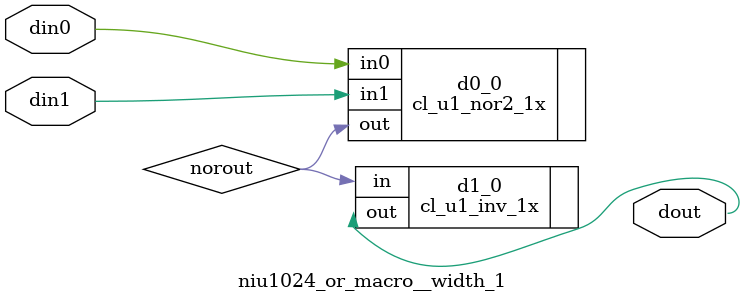
<source format=v>
module n2_niu_dp_1024x152s_cust (
  reset, 
  tcu_aclk, 
  tcu_bclk, 
  tcu_scan_en, 
  tcu_se_scancollar_in, 
  tcu_se_scancollar_out, 
  tcu_pce_ov, 
  pce, 
  tcu_array_wr_inhibit, 
  scan_in, 
  scan_out, 
  hdr_sram_rvalue, 
  hdr_sram_rid, 
  hdr_sram_wr_en, 
  hdr_sram_red_clr, 
  sram_hdr_read_data, 
  wr_adr, 
  wr_en, 
  rd_adr, 
  rd_en, 
  din, 
  dout, 
  l2clk_2x, 
  l2clk);
wire array_scanout;
 

input                   reset;
input                   tcu_aclk;
input                   tcu_bclk;
input                   tcu_scan_en;
input                   tcu_se_scancollar_in;
input                   tcu_se_scancollar_out;
input                   tcu_pce_ov;
input                   pce;
input                   tcu_array_wr_inhibit;
input                   scan_in;
output                  scan_out;

input             [6:0] hdr_sram_rvalue;
input             [2:0] hdr_sram_rid;
input                   hdr_sram_wr_en;
input                   hdr_sram_red_clr;
output            [6:0] sram_hdr_read_data;

input             [9:0] wr_adr;
input                   wr_en;
input             [9:0] rd_adr;
input                   rd_en;
input           [151:0] din;
output          [151:0] dout;
input                   l2clk_2x;
input                   l2clk;


wire            [151:0] din;
wire            [151:0] dout;
wire              [6:0] hdr_sram_rvalue;
wire              [2:0] hdr_sram_rid;
wire              [9:0] wr_adr;
wire              [9:0] rd_adr;
wire              [6:0] sram_hdr_read_data;

wire              [7:0] repair_en_bk;
wire              [5:0] red_value_b7;
wire              [5:0] red_value_b6;
wire              [5:0] red_value_b5;
wire              [5:0] red_value_b4;
wire              [5:0] red_value_b3;
wire              [5:0] red_value_b2;
wire              [5:0] red_value_b1;
wire              [5:0] red_value_b0;

wire                    scan_out;
wire 			reset;





  n2_niu_dp_1024x152s_bank niu_dp_1024x152s_bank_0 (
                        .reset                  (reset),
                        .tcu_aclk               (tcu_aclk),
                        .tcu_bclk               (tcu_bclk),
                        .pce                    (pce),
                        .tcu_pce_ov             (tcu_pce_ov),
                        .tcu_scan_en            (tcu_scan_en),
                        .tcu_se_scancollar_in   (tcu_se_scancollar_in),
                        .tcu_array_wr_inhibit   (tcu_array_wr_inhibit),
                        .l2clk                  (l2clk),
                        .l2clk_2x               (l2clk_2x),
                        .wr_adr                 (wr_adr),
                        .wr_en                  (wr_en),
                        .rd_adr                 (rd_adr),
                        .rd_en                  (rd_en),
                        .din                    (din),
                        .scan_in                (scan_in),
                        .scan_out               (array_scanout),
                        .red_v_blm              (red_value_b7),
                        .red_v_bll              (red_value_b6),
                        .red_v_tll              (red_value_b5),
                        .red_v_tlm              (red_value_b4),
                        .red_v_trm              (red_value_b3),
                        .red_v_trr              (red_value_b2),
                        .red_v_brr              (red_value_b1),
                        .red_v_brm              (red_value_b0),
                        .red_en_blm             (repair_en_bk[7]),
                        .red_en_bll             (repair_en_bk[6]),
                        .red_en_tlm             (repair_en_bk[5]),
                        .red_en_tll             (repair_en_bk[4]),
                        .red_en_trm             (repair_en_bk[3]),
                        .red_en_trr             (repair_en_bk[2]),
                        .red_en_brr             (repair_en_bk[1]),
                        .red_en_brm             (repair_en_bk[0]),
                        .dout              	(dout)
                       );

  n2_niu_dp_1024x152s_repair niu_dp_1024x152s_repair_0 (
                        .tcu_aclk               (tcu_aclk),
                        .tcu_bclk               (tcu_bclk),
                        .pce                    (pce),
                        .tcu_pce_ov             (tcu_pce_ov),
                        .tcu_scan_en            (tcu_scan_en),
                        .tcu_se_scancollar_in   (tcu_se_scancollar_in),
                        .tcu_se_scancollar_out  (tcu_se_scancollar_out),
                        .tcu_array_wr_inhibit   (tcu_array_wr_inhibit),
                        .scan_in                (array_scanout),
                        .hdr_sram_rvalue        (hdr_sram_rvalue),
                        .hdr_sram_rid           (hdr_sram_rid),
                        .hdr_sram_wr_en         (hdr_sram_wr_en),
                        .hdr_sram_red_clr       (hdr_sram_red_clr),
                        .l2clk                  (l2clk),
                        .sram_hdr_read_data     (sram_hdr_read_data),
			.red_v_blm		(red_value_b7),
			.red_v_bll		(red_value_b6),
			.red_v_tll		(red_value_b5),
			.red_v_tlm		(red_value_b4),
			.red_v_trm		(red_value_b3),
			.red_v_trr		(red_value_b2),
			.red_v_brr		(red_value_b1),
			.red_v_brm		(red_value_b0),
			.red_en_blm		(repair_en_bk[7]),
			.red_en_bll		(repair_en_bk[6]),
			.red_en_tlm		(repair_en_bk[5]),
			.red_en_tll		(repair_en_bk[4]),
			.red_en_trm		(repair_en_bk[3]),
			.red_en_trr		(repair_en_bk[2]),
			.red_en_brr		(repair_en_bk[1]),
			.red_en_brm		(repair_en_bk[0]),
                        .scan_out               (scan_out)
                       );



endmodule




module n2_niu_dp_1024x152s_bank (
  reset, 
  tcu_aclk, 
  tcu_bclk, 
  tcu_pce_ov, 
  pce, 
  tcu_scan_en, 
  tcu_se_scancollar_in, 
  tcu_array_wr_inhibit, 
  l2clk, 
  l2clk_2x, 
  wr_adr, 
  wr_en, 
  rd_adr, 
  rd_en, 
  din, 
  scan_in, 
  scan_out, 
  red_v_blm, 
  red_v_bll, 
  red_v_tll, 
  red_v_tlm, 
  red_v_trm, 
  red_v_trr, 
  red_v_brr, 
  red_v_brm, 
  red_en_blm, 
  red_en_bll, 
  red_en_tlm, 
  red_en_tll, 
  red_en_trm, 
  red_en_trr, 
  red_en_brr, 
  red_en_brm, 
  dout);
wire l1clk_in_en;
wire l1clk_in;
wire l1clk_gate_en;
wire l1clk_gate;
wire [9:0] dff_wr_adr_m_scanin;
wire [9:0] dff_wr_adr_m_scanout;
wire [9:0] dff_rd_adr_m_scanin;
wire [9:0] dff_rd_adr_m_scanout;
wire dff_rd_en_m_scanin;
wire dff_rd_en_m_scanout;
wire dff_wr_en_m_scanin;
wire dff_wr_en_m_scanout;
wire test_mode;
wire dff_test_mode_scanin;
wire dff_test_mode_scanout;
wire test_clk;
wire dff_test_clk_scanin;
wire dff_test_clk_scanout;
wire [1:0] rd_addr_column_b1;
wire [1:0] rd_addr_column_b;
wire rd_addr_msb;
wire [151:0] wdata_2x_b;
 

input                   reset;
input                   tcu_aclk;
input                   tcu_bclk;
input                   tcu_pce_ov;
input                   pce;
input                   tcu_scan_en;
input                   tcu_se_scancollar_in;
input                   tcu_array_wr_inhibit;
input                   l2clk;
input                   l2clk_2x;
input             [9:0] wr_adr;
input                   wr_en;
input             [9:0] rd_adr;
input                   rd_en;
input           [151:0] din;
input                   scan_in;
output                  scan_out;

input             [5:0] red_v_blm;
input             [5:0] red_v_bll;
input             [5:0] red_v_tll;
input             [5:0] red_v_tlm;
input             [5:0] red_v_trm;
input             [5:0] red_v_trr;
input             [5:0] red_v_brr;
input             [5:0] red_v_brm;
input			red_en_blm;
input			red_en_bll;
input			red_en_tlm;
input			red_en_tll;
input			red_en_trm;
input			red_en_trr;
input			red_en_brr;
input			red_en_brm;
output          [151:0] dout;      


wire           [151:0] dout;      

wire 			scan_out;
wire 			reset_l;
wire			siclk, soclk;
assign	siclk = tcu_aclk;
assign	soclk = tcu_bclk;

assign reset_l = ~reset;

//=#=#=#=#=#=#=#=#=#=#=#=#=#=#=#=#=#=#=#=#=#=#=#=#=#=#=#=#=#=#=#=#=#=#=#=#=#=#=#=#=#=#=#=#=
//================================================
// l2 clock Domain: Clock headers
//================================================
//cl_sc1_l1hdr_8x l1ch_in (
//                              .l1clk       (l1clk_in),
//                              .l2clk       (l2clk),
//                              .se          (tcu_se_scancollar_in),
//                              .pce         (pce),
//                              .pce_ov      (tcu_pce_ov),
//                              .stop        (1'b0)
//                             );

//cl_sc1_l1hdr_8x l1ch_gate (
//                              .l1clk       (l1clk_gate),
//                              .l2clk       (l2clk),
//                              .se          (tcu_scan_en),
//                              .pce         (pce),
//                              .pce_ov      (tcu_pce_ov),
//                              .stop        (1'b0)
//                             );

///////////////////////////////////
// decomposed l1hdr for l1clk_in
///////////////////////////////////

cl_mc1_l1enable_12x l1ch_in_l1en (
                                .l2clk          (l2clk),
                                .pce            (pce),
                                .pce_ov         (tcu_pce_ov),
                                .l1en           (l1clk_in_en)
                        );

cl_mc1_l1driver_12x l1ch_in_l1drvr (
                                .se             (tcu_se_scancollar_in),
                                .l1en           (l1clk_in_en),
                                .l1clk          (l1clk_in),
  .l2clk(l2clk)
                        );

///////////////////////////////////
// decomposed l1hdr for l1clk_gate
///////////////////////////////////

cl_mc1_l1enable_12x l1ch_gate_l1en (
                                .l2clk          (l2clk),
                                .pce            (pce),
                                .pce_ov         (tcu_pce_ov),
                                .l1en           (l1clk_gate_en)
                        );

cl_mc1_l1driver_12x l1ch_gate_l1drvr (
                                .se             (tcu_scan_en),
                                .l1en           (l1clk_gate_en),
                                .l1clk          (l1clk_gate),
  .l2clk(l2clk)
                        );



//================================================
//  l2 clock Domain: Input flops
//================================================

// ------------ controls_ph.a register --------------
wire              [9:0] rd_adr_m;
wire              [9:0] wr_adr_m;
wire                    rd_en_m;
wire                    wr_en_m;
wire            [151:0] din_m;

//  msff_ctl_macro dff_ctrls_m (width=(10*2+2), clr_=1) (
//    .scan_in    (scan_in),
//    .scan_out   (dff_ctrls_m_scan_out),
//    .clr_       (reset_l),
//    .l1clk      (l1clk_in),
//    .din        ({rd_en,  wr_en,  rd_adr[9:0],  wr_adr[9:0]}),
//    .dout       ({rd_en_m,wr_en_m,rd_adr_m[9:0],wr_adr_m[9:0]}));
// ------------ write_data_ph.a register ------------
//
//  msff_ctl_macro dff_wdata_m (width=152, clr_=1) (
//    .scan_in    (dff_ctrls_m_scan_out),
//    .scan_out   (dff_wdata_m_scanout),
//    .clr_       (reset_l),
//    .l1clk      (l1clk_in),
//    .din        (din[151:0]),
//    .dout       (din_m[151:0]));
//

  cl_sc1_msff_syrst_4x wr_adr_m00 (.d(wr_adr[0]),   .si(dff_wr_adr_m_scanin[0]),  .q(wr_adr_m[0]),  .so(dff_wr_adr_m_scanout[0]),
                                  .reset(reset_l), .l1clk(l1clk_in),             .siclk(siclk),    .soclk(soclk) );
  cl_sc1_msff_syrst_4x wr_adr_m01 (.d(wr_adr[1]),   .si(dff_wr_adr_m_scanin[1]),  .q(wr_adr_m[1]),  .so(dff_wr_adr_m_scanout[1]),
                                  .reset(reset_l), .l1clk(l1clk_in),             .siclk(siclk),    .soclk(soclk) );
  cl_sc1_msff_syrst_4x wr_adr_m02 (.d(wr_adr[2]),   .si(dff_wr_adr_m_scanin[2]),  .q(wr_adr_m[2]),  .so(dff_wr_adr_m_scanout[2]),
                                  .reset(reset_l), .l1clk(l1clk_in),             .siclk(siclk),    .soclk(soclk) );
  cl_sc1_msff_syrst_4x wr_adr_m03 (.d(wr_adr[3]),   .si(dff_wr_adr_m_scanin[3]),  .q(wr_adr_m[3]),  .so(dff_wr_adr_m_scanout[3]),
                                  .reset(reset_l), .l1clk(l1clk_in),             .siclk(siclk),    .soclk(soclk) );
  cl_sc1_msff_syrst_4x wr_adr_m04 (.d(wr_adr[4]),   .si(dff_wr_adr_m_scanin[4]),  .q(wr_adr_m[4]),  .so(dff_wr_adr_m_scanout[4]),
                                  .reset(reset_l), .l1clk(l1clk_in),             .siclk(siclk),    .soclk(soclk) );
  cl_sc1_msff_syrst_4x wr_adr_m05 (.d(wr_adr[5]),   .si(dff_wr_adr_m_scanin[5]),  .q(wr_adr_m[5]),  .so(dff_wr_adr_m_scanout[5]),
                                  .reset(reset_l), .l1clk(l1clk_in),             .siclk(siclk),    .soclk(soclk) );
  cl_sc1_msff_syrst_4x wr_adr_m06 (.d(wr_adr[6]),   .si(dff_wr_adr_m_scanin[6]),  .q(wr_adr_m[6]),  .so(dff_wr_adr_m_scanout[6]),
                                  .reset(reset_l), .l1clk(l1clk_in),             .siclk(siclk),    .soclk(soclk) );
  cl_sc1_msff_syrst_4x wr_adr_m07 (.d(wr_adr[7]),   .si(dff_wr_adr_m_scanin[7]),  .q(wr_adr_m[7]),  .so(dff_wr_adr_m_scanout[7]),
                                  .reset(reset_l), .l1clk(l1clk_in),             .siclk(siclk),    .soclk(soclk) );
  cl_sc1_msff_syrst_4x wr_adr_m08 (.d(wr_adr[8]),   .si(dff_wr_adr_m_scanin[8]),  .q(wr_adr_m[8]),  .so(dff_wr_adr_m_scanout[8]),
                                  .reset(reset_l), .l1clk(l1clk_in),             .siclk(siclk),    .soclk(soclk) );
  cl_sc1_msff_syrst_4x wr_adr_m09 (.d(wr_adr[9]),   .si(dff_wr_adr_m_scanin[9]),  .q(wr_adr_m[9]),  .so(dff_wr_adr_m_scanout[9]),
                                  .reset(reset_l), .l1clk(l1clk_in),             .siclk(siclk),    .soclk(soclk) );

  cl_sc1_msff_syrst_4x rd_adr_m00 (.d(rd_adr[0]),   .si(dff_rd_adr_m_scanin[0]),  .q(rd_adr_m[0]),  .so(dff_rd_adr_m_scanout[0]),
                                  .reset(reset_l), .l1clk(l1clk_in),             .siclk(siclk),    .soclk(soclk) );
  cl_sc1_msff_syrst_4x rd_adr_m01 (.d(rd_adr[1]),   .si(dff_rd_adr_m_scanin[1]),  .q(rd_adr_m[1]),  .so(dff_rd_adr_m_scanout[1]),
                                  .reset(reset_l), .l1clk(l1clk_in),             .siclk(siclk),    .soclk(soclk) );
  cl_sc1_msff_syrst_4x rd_adr_m02 (.d(rd_adr[2]),   .si(dff_rd_adr_m_scanin[2]),  .q(rd_adr_m[2]),  .so(dff_rd_adr_m_scanout[2]),
                                  .reset(reset_l), .l1clk(l1clk_in),             .siclk(siclk),    .soclk(soclk) );
  cl_sc1_msff_syrst_4x rd_adr_m03 (.d(rd_adr[3]),   .si(dff_rd_adr_m_scanin[3]),  .q(rd_adr_m[3]),  .so(dff_rd_adr_m_scanout[3]),
                                  .reset(reset_l), .l1clk(l1clk_in),             .siclk(siclk),    .soclk(soclk) );
  cl_sc1_msff_syrst_4x rd_adr_m04 (.d(rd_adr[4]),   .si(dff_rd_adr_m_scanin[4]),  .q(rd_adr_m[4]),  .so(dff_rd_adr_m_scanout[4]),
                                  .reset(reset_l), .l1clk(l1clk_in),             .siclk(siclk),    .soclk(soclk) );
  cl_sc1_msff_syrst_4x rd_adr_m05 (.d(rd_adr[5]),   .si(dff_rd_adr_m_scanin[5]),  .q(rd_adr_m[5]),  .so(dff_rd_adr_m_scanout[5]),
                                  .reset(reset_l), .l1clk(l1clk_in),             .siclk(siclk),    .soclk(soclk) );
  cl_sc1_msff_syrst_4x rd_adr_m06 (.d(rd_adr[6]),   .si(dff_rd_adr_m_scanin[6]),  .q(rd_adr_m[6]),  .so(dff_rd_adr_m_scanout[6]),
                                  .reset(reset_l), .l1clk(l1clk_in),             .siclk(siclk),    .soclk(soclk) );
  cl_sc1_msff_syrst_4x rd_adr_m07 (.d(rd_adr[7]),   .si(dff_rd_adr_m_scanin[7]),  .q(rd_adr_m[7]),  .so(dff_rd_adr_m_scanout[7]),
                                  .reset(reset_l), .l1clk(l1clk_in),             .siclk(siclk),    .soclk(soclk) );
  cl_sc1_msff_syrst_4x rd_adr_m08 (.d(rd_adr[8]),   .si(dff_rd_adr_m_scanin[8]),  .q(rd_adr_m[8]),  .so(dff_rd_adr_m_scanout[8]),
                                  .reset(reset_l), .l1clk(l1clk_in),             .siclk(siclk),    .soclk(soclk) );
  cl_sc1_msff_syrst_4x rd_adr_m09 (.d(rd_adr[9]),   .si(dff_rd_adr_m_scanin[9]),  .q(rd_adr_m[9]),  .so(dff_rd_adr_m_scanout[9]),
                                  .reset(reset_l), .l1clk(l1clk_in),             .siclk(siclk),    .soclk(soclk) );

  cl_sc1_msff_syrst_4x rd_en_m0   (.d(rd_en),       .si(dff_rd_en_m_scanin),      .q(rd_en_m),      .so(dff_rd_en_m_scanout),
                                  .reset(reset_l), .l1clk(l1clk_in),             .siclk(siclk),    .soclk(soclk) );
  cl_sc1_msff_syrst_4x wr_en_m0   (.d(wr_en),       .si(dff_wr_en_m_scanin),      .q(wr_en_m),      .so(dff_wr_en_m_scanout),
                                  .reset(reset_l), .l1clk(l1clk_in),             .siclk(siclk),    .soclk(soclk) );

// ------------ write_data_ph.a register ------------

wire            [151:0] dff_wdata_m_scanin, dff_wdata_m_scanout;

  cl_sc1_msff_syrst_4x din_m000 (.d(din[0]),    .si(dff_wdata_m_scanin[0]), .q(din_m[0]), .so(dff_wdata_m_scanout[0]),
                                .reset(reset_l), .l1clk(l1clk_in),             .siclk(siclk),  .soclk(soclk) );
  cl_sc1_msff_syrst_4x din_m001 (.d(din[1]),    .si(dff_wdata_m_scanin[1]), .q(din_m[1]), .so(dff_wdata_m_scanout[1]),
                                .reset(reset_l), .l1clk(l1clk_in),             .siclk(siclk),  .soclk(soclk) );
  cl_sc1_msff_syrst_4x din_m002 (.d(din[2]),    .si(dff_wdata_m_scanin[2]), .q(din_m[2]), .so(dff_wdata_m_scanout[2]),
                                .reset(reset_l), .l1clk(l1clk_in),             .siclk(siclk),  .soclk(soclk) );
  cl_sc1_msff_syrst_4x din_m003 (.d(din[3]),    .si(dff_wdata_m_scanin[3]), .q(din_m[3]), .so(dff_wdata_m_scanout[3]),
                                .reset(reset_l), .l1clk(l1clk_in),             .siclk(siclk),  .soclk(soclk) );
  cl_sc1_msff_syrst_4x din_m004 (.d(din[4]),    .si(dff_wdata_m_scanin[4]), .q(din_m[4]), .so(dff_wdata_m_scanout[4]),
                                .reset(reset_l), .l1clk(l1clk_in),             .siclk(siclk),  .soclk(soclk) );
  cl_sc1_msff_syrst_4x din_m005 (.d(din[5]),    .si(dff_wdata_m_scanin[5]), .q(din_m[5]), .so(dff_wdata_m_scanout[5]),
                                .reset(reset_l), .l1clk(l1clk_in),             .siclk(siclk),  .soclk(soclk) );
  cl_sc1_msff_syrst_4x din_m006 (.d(din[6]),    .si(dff_wdata_m_scanin[6]), .q(din_m[6]), .so(dff_wdata_m_scanout[6]),
                                .reset(reset_l), .l1clk(l1clk_in),             .siclk(siclk),  .soclk(soclk) );
  cl_sc1_msff_syrst_4x din_m007 (.d(din[7]),    .si(dff_wdata_m_scanin[7]), .q(din_m[7]), .so(dff_wdata_m_scanout[7]),
                                .reset(reset_l), .l1clk(l1clk_in),             .siclk(siclk),  .soclk(soclk) );
  cl_sc1_msff_syrst_4x din_m008 (.d(din[8]),    .si(dff_wdata_m_scanin[8]), .q(din_m[8]), .so(dff_wdata_m_scanout[8]),
                                .reset(reset_l), .l1clk(l1clk_in),             .siclk(siclk),  .soclk(soclk) );
  cl_sc1_msff_syrst_4x din_m009 (.d(din[9]),    .si(dff_wdata_m_scanin[9]), .q(din_m[9]), .so(dff_wdata_m_scanout[9]),
                                .reset(reset_l), .l1clk(l1clk_in),             .siclk(siclk),  .soclk(soclk) );

  cl_sc1_msff_syrst_4x din_m010 (.d(din[10]),    .si(dff_wdata_m_scanin[10]), .q(din_m[10]), .so(dff_wdata_m_scanout[10]),
                                .reset(reset_l), .l1clk(l1clk_in),             .siclk(siclk),  .soclk(soclk) );
  cl_sc1_msff_syrst_4x din_m011 (.d(din[11]),    .si(dff_wdata_m_scanin[11]), .q(din_m[11]), .so(dff_wdata_m_scanout[11]),
                                .reset(reset_l), .l1clk(l1clk_in),             .siclk(siclk),  .soclk(soclk) );
  cl_sc1_msff_syrst_4x din_m012 (.d(din[12]),    .si(dff_wdata_m_scanin[12]), .q(din_m[12]), .so(dff_wdata_m_scanout[12]),
                                .reset(reset_l), .l1clk(l1clk_in),             .siclk(siclk),  .soclk(soclk) );
  cl_sc1_msff_syrst_4x din_m013 (.d(din[13]),    .si(dff_wdata_m_scanin[13]), .q(din_m[13]), .so(dff_wdata_m_scanout[13]),
                                .reset(reset_l), .l1clk(l1clk_in),             .siclk(siclk),  .soclk(soclk) );
  cl_sc1_msff_syrst_4x din_m014 (.d(din[14]),    .si(dff_wdata_m_scanin[14]), .q(din_m[14]), .so(dff_wdata_m_scanout[14]),
                                .reset(reset_l), .l1clk(l1clk_in),             .siclk(siclk),  .soclk(soclk) );
  cl_sc1_msff_syrst_4x din_m015 (.d(din[15]),    .si(dff_wdata_m_scanin[15]), .q(din_m[15]), .so(dff_wdata_m_scanout[15]),
                                .reset(reset_l), .l1clk(l1clk_in),             .siclk(siclk),  .soclk(soclk) );
  cl_sc1_msff_syrst_4x din_m016 (.d(din[16]),    .si(dff_wdata_m_scanin[16]), .q(din_m[16]), .so(dff_wdata_m_scanout[16]),
                                .reset(reset_l), .l1clk(l1clk_in),             .siclk(siclk),  .soclk(soclk) );
  cl_sc1_msff_syrst_4x din_m017 (.d(din[17]),    .si(dff_wdata_m_scanin[17]), .q(din_m[17]), .so(dff_wdata_m_scanout[17]),
                                .reset(reset_l), .l1clk(l1clk_in),             .siclk(siclk),  .soclk(soclk) );
  cl_sc1_msff_syrst_4x din_m018 (.d(din[18]),    .si(dff_wdata_m_scanin[18]), .q(din_m[18]), .so(dff_wdata_m_scanout[18]),
                                .reset(reset_l), .l1clk(l1clk_in),             .siclk(siclk),  .soclk(soclk) );
  cl_sc1_msff_syrst_4x din_m019 (.d(din[19]),    .si(dff_wdata_m_scanin[19]), .q(din_m[19]), .so(dff_wdata_m_scanout[19]),
                                .reset(reset_l), .l1clk(l1clk_in),             .siclk(siclk),  .soclk(soclk) );

  cl_sc1_msff_syrst_4x din_m020 (.d(din[20]),    .si(dff_wdata_m_scanin[20]), .q(din_m[20]), .so(dff_wdata_m_scanout[20]),
                                .reset(reset_l), .l1clk(l1clk_in),             .siclk(siclk),  .soclk(soclk) );
  cl_sc1_msff_syrst_4x din_m021 (.d(din[21]),    .si(dff_wdata_m_scanin[21]), .q(din_m[21]), .so(dff_wdata_m_scanout[21]),
                                .reset(reset_l), .l1clk(l1clk_in),             .siclk(siclk),  .soclk(soclk) );
  cl_sc1_msff_syrst_4x din_m022 (.d(din[22]),    .si(dff_wdata_m_scanin[22]), .q(din_m[22]), .so(dff_wdata_m_scanout[22]),
                                .reset(reset_l), .l1clk(l1clk_in),             .siclk(siclk),  .soclk(soclk) );
  cl_sc1_msff_syrst_4x din_m023 (.d(din[23]),    .si(dff_wdata_m_scanin[23]), .q(din_m[23]), .so(dff_wdata_m_scanout[23]),
                                .reset(reset_l), .l1clk(l1clk_in),             .siclk(siclk),  .soclk(soclk) );
  cl_sc1_msff_syrst_4x din_m024 (.d(din[24]),    .si(dff_wdata_m_scanin[24]), .q(din_m[24]), .so(dff_wdata_m_scanout[24]),
                                .reset(reset_l), .l1clk(l1clk_in),             .siclk(siclk),  .soclk(soclk) );
  cl_sc1_msff_syrst_4x din_m025 (.d(din[25]),    .si(dff_wdata_m_scanin[25]), .q(din_m[25]), .so(dff_wdata_m_scanout[25]),
                                .reset(reset_l), .l1clk(l1clk_in),             .siclk(siclk),  .soclk(soclk) );
  cl_sc1_msff_syrst_4x din_m026 (.d(din[26]),    .si(dff_wdata_m_scanin[26]), .q(din_m[26]), .so(dff_wdata_m_scanout[26]),
                                .reset(reset_l), .l1clk(l1clk_in),             .siclk(siclk),  .soclk(soclk) );
  cl_sc1_msff_syrst_4x din_m027 (.d(din[27]),    .si(dff_wdata_m_scanin[27]), .q(din_m[27]), .so(dff_wdata_m_scanout[27]),
                                .reset(reset_l), .l1clk(l1clk_in),             .siclk(siclk),  .soclk(soclk) );
  cl_sc1_msff_syrst_4x din_m028 (.d(din[28]),    .si(dff_wdata_m_scanin[28]), .q(din_m[28]), .so(dff_wdata_m_scanout[28]),
                                .reset(reset_l), .l1clk(l1clk_in),             .siclk(siclk),  .soclk(soclk) );
  cl_sc1_msff_syrst_4x din_m029 (.d(din[29]),    .si(dff_wdata_m_scanin[29]), .q(din_m[29]), .so(dff_wdata_m_scanout[29]),
                                .reset(reset_l), .l1clk(l1clk_in),             .siclk(siclk),  .soclk(soclk) );

  cl_sc1_msff_syrst_4x din_m030 (.d(din[30]),    .si(dff_wdata_m_scanin[30]), .q(din_m[30]), .so(dff_wdata_m_scanout[30]),
                                .reset(reset_l), .l1clk(l1clk_in),             .siclk(siclk),  .soclk(soclk) );
  cl_sc1_msff_syrst_4x din_m031 (.d(din[31]),    .si(dff_wdata_m_scanin[31]), .q(din_m[31]), .so(dff_wdata_m_scanout[31]),
                                .reset(reset_l), .l1clk(l1clk_in),             .siclk(siclk),  .soclk(soclk) );
  cl_sc1_msff_syrst_4x din_m032 (.d(din[32]),    .si(dff_wdata_m_scanin[32]), .q(din_m[32]), .so(dff_wdata_m_scanout[32]),
                                .reset(reset_l), .l1clk(l1clk_in),             .siclk(siclk),  .soclk(soclk) );
  cl_sc1_msff_syrst_4x din_m033 (.d(din[33]),    .si(dff_wdata_m_scanin[33]), .q(din_m[33]), .so(dff_wdata_m_scanout[33]),
                                .reset(reset_l), .l1clk(l1clk_in),             .siclk(siclk),  .soclk(soclk) );
  cl_sc1_msff_syrst_4x din_m034 (.d(din[34]),    .si(dff_wdata_m_scanin[34]), .q(din_m[34]), .so(dff_wdata_m_scanout[34]),
                                .reset(reset_l), .l1clk(l1clk_in),             .siclk(siclk),  .soclk(soclk) );
  cl_sc1_msff_syrst_4x din_m035 (.d(din[35]),    .si(dff_wdata_m_scanin[35]), .q(din_m[35]), .so(dff_wdata_m_scanout[35]),
                                .reset(reset_l), .l1clk(l1clk_in),             .siclk(siclk),  .soclk(soclk) );
  cl_sc1_msff_syrst_4x din_m036 (.d(din[36]),    .si(dff_wdata_m_scanin[36]), .q(din_m[36]), .so(dff_wdata_m_scanout[36]),
                                .reset(reset_l), .l1clk(l1clk_in),             .siclk(siclk),  .soclk(soclk) );
  cl_sc1_msff_syrst_4x din_m037 (.d(din[37]),    .si(dff_wdata_m_scanin[37]), .q(din_m[37]), .so(dff_wdata_m_scanout[37]),
                                .reset(reset_l), .l1clk(l1clk_in),             .siclk(siclk),  .soclk(soclk) );
  cl_sc1_msff_syrst_4x din_m038 (.d(din[38]),    .si(dff_wdata_m_scanin[38]), .q(din_m[38]), .so(dff_wdata_m_scanout[38]),
                                .reset(reset_l), .l1clk(l1clk_in),             .siclk(siclk),  .soclk(soclk) );
  cl_sc1_msff_syrst_4x din_m039 (.d(din[39]),    .si(dff_wdata_m_scanin[39]), .q(din_m[39]), .so(dff_wdata_m_scanout[39]),
                                .reset(reset_l), .l1clk(l1clk_in),             .siclk(siclk),  .soclk(soclk) );

  cl_sc1_msff_syrst_4x din_m040 (.d(din[40]),    .si(dff_wdata_m_scanin[40]), .q(din_m[40]), .so(dff_wdata_m_scanout[40]),
                                .reset(reset_l), .l1clk(l1clk_in),             .siclk(siclk),  .soclk(soclk) );
  cl_sc1_msff_syrst_4x din_m041 (.d(din[41]),    .si(dff_wdata_m_scanin[41]), .q(din_m[41]), .so(dff_wdata_m_scanout[41]),
                                .reset(reset_l), .l1clk(l1clk_in),             .siclk(siclk),  .soclk(soclk) );
  cl_sc1_msff_syrst_4x din_m042 (.d(din[42]),    .si(dff_wdata_m_scanin[42]), .q(din_m[42]), .so(dff_wdata_m_scanout[42]),
                                .reset(reset_l), .l1clk(l1clk_in),             .siclk(siclk),  .soclk(soclk) );
  cl_sc1_msff_syrst_4x din_m043 (.d(din[43]),    .si(dff_wdata_m_scanin[43]), .q(din_m[43]), .so(dff_wdata_m_scanout[43]),
                                .reset(reset_l), .l1clk(l1clk_in),             .siclk(siclk),  .soclk(soclk) );
  cl_sc1_msff_syrst_4x din_m044 (.d(din[44]),    .si(dff_wdata_m_scanin[44]), .q(din_m[44]), .so(dff_wdata_m_scanout[44]),
                                .reset(reset_l), .l1clk(l1clk_in),             .siclk(siclk),  .soclk(soclk) );
  cl_sc1_msff_syrst_4x din_m045 (.d(din[45]),    .si(dff_wdata_m_scanin[45]), .q(din_m[45]), .so(dff_wdata_m_scanout[45]),
                                .reset(reset_l), .l1clk(l1clk_in),             .siclk(siclk),  .soclk(soclk) );
  cl_sc1_msff_syrst_4x din_m046 (.d(din[46]),    .si(dff_wdata_m_scanin[46]), .q(din_m[46]), .so(dff_wdata_m_scanout[46]),
                                .reset(reset_l), .l1clk(l1clk_in),             .siclk(siclk),  .soclk(soclk) );
  cl_sc1_msff_syrst_4x din_m047 (.d(din[47]),    .si(dff_wdata_m_scanin[47]), .q(din_m[47]), .so(dff_wdata_m_scanout[47]),
                                .reset(reset_l), .l1clk(l1clk_in),             .siclk(siclk),  .soclk(soclk) );
  cl_sc1_msff_syrst_4x din_m048 (.d(din[48]),    .si(dff_wdata_m_scanin[48]), .q(din_m[48]), .so(dff_wdata_m_scanout[48]),
                                .reset(reset_l), .l1clk(l1clk_in),             .siclk(siclk),  .soclk(soclk) );
  cl_sc1_msff_syrst_4x din_m049 (.d(din[49]),    .si(dff_wdata_m_scanin[49]), .q(din_m[49]), .so(dff_wdata_m_scanout[49]),
                                .reset(reset_l), .l1clk(l1clk_in),             .siclk(siclk),  .soclk(soclk) );

  cl_sc1_msff_syrst_4x din_m050 (.d(din[50]),    .si(dff_wdata_m_scanin[50]), .q(din_m[50]), .so(dff_wdata_m_scanout[50]),
                                .reset(reset_l), .l1clk(l1clk_in),             .siclk(siclk),  .soclk(soclk) );
  cl_sc1_msff_syrst_4x din_m051 (.d(din[51]),    .si(dff_wdata_m_scanin[51]), .q(din_m[51]), .so(dff_wdata_m_scanout[51]),
                                .reset(reset_l), .l1clk(l1clk_in),             .siclk(siclk),  .soclk(soclk) );
  cl_sc1_msff_syrst_4x din_m052 (.d(din[52]),    .si(dff_wdata_m_scanin[52]), .q(din_m[52]), .so(dff_wdata_m_scanout[52]),
                                .reset(reset_l), .l1clk(l1clk_in),             .siclk(siclk),  .soclk(soclk) );
  cl_sc1_msff_syrst_4x din_m053 (.d(din[53]),    .si(dff_wdata_m_scanin[53]), .q(din_m[53]), .so(dff_wdata_m_scanout[53]),
                                .reset(reset_l), .l1clk(l1clk_in),             .siclk(siclk),  .soclk(soclk) );
  cl_sc1_msff_syrst_4x din_m054 (.d(din[54]),    .si(dff_wdata_m_scanin[54]), .q(din_m[54]), .so(dff_wdata_m_scanout[54]),
                                .reset(reset_l), .l1clk(l1clk_in),             .siclk(siclk),  .soclk(soclk) );
  cl_sc1_msff_syrst_4x din_m055 (.d(din[55]),    .si(dff_wdata_m_scanin[55]), .q(din_m[55]), .so(dff_wdata_m_scanout[55]),
                                .reset(reset_l), .l1clk(l1clk_in),             .siclk(siclk),  .soclk(soclk) );
  cl_sc1_msff_syrst_4x din_m056 (.d(din[56]),    .si(dff_wdata_m_scanin[56]), .q(din_m[56]), .so(dff_wdata_m_scanout[56]),
                                .reset(reset_l), .l1clk(l1clk_in),             .siclk(siclk),  .soclk(soclk) );
  cl_sc1_msff_syrst_4x din_m057 (.d(din[57]),    .si(dff_wdata_m_scanin[57]), .q(din_m[57]), .so(dff_wdata_m_scanout[57]),
                                .reset(reset_l), .l1clk(l1clk_in),             .siclk(siclk),  .soclk(soclk) );
  cl_sc1_msff_syrst_4x din_m058 (.d(din[58]),    .si(dff_wdata_m_scanin[58]), .q(din_m[58]), .so(dff_wdata_m_scanout[58]),
                                .reset(reset_l), .l1clk(l1clk_in),             .siclk(siclk),  .soclk(soclk) );
  cl_sc1_msff_syrst_4x din_m059 (.d(din[59]),    .si(dff_wdata_m_scanin[59]), .q(din_m[59]), .so(dff_wdata_m_scanout[59]),
                                .reset(reset_l), .l1clk(l1clk_in),             .siclk(siclk),  .soclk(soclk) );

  cl_sc1_msff_syrst_4x din_m060 (.d(din[60]),    .si(dff_wdata_m_scanin[60]), .q(din_m[60]), .so(dff_wdata_m_scanout[60]),
                                .reset(reset_l), .l1clk(l1clk_in),             .siclk(siclk),  .soclk(soclk) );
  cl_sc1_msff_syrst_4x din_m061 (.d(din[61]),    .si(dff_wdata_m_scanin[61]), .q(din_m[61]), .so(dff_wdata_m_scanout[61]),
                                .reset(reset_l), .l1clk(l1clk_in),             .siclk(siclk),  .soclk(soclk) );
  cl_sc1_msff_syrst_4x din_m062 (.d(din[62]),    .si(dff_wdata_m_scanin[62]), .q(din_m[62]), .so(dff_wdata_m_scanout[62]),
                                .reset(reset_l), .l1clk(l1clk_in),             .siclk(siclk),  .soclk(soclk) );
  cl_sc1_msff_syrst_4x din_m063 (.d(din[63]),    .si(dff_wdata_m_scanin[63]), .q(din_m[63]), .so(dff_wdata_m_scanout[63]),
                                .reset(reset_l), .l1clk(l1clk_in),             .siclk(siclk),  .soclk(soclk) );
  cl_sc1_msff_syrst_4x din_m064 (.d(din[64]),    .si(dff_wdata_m_scanin[64]), .q(din_m[64]), .so(dff_wdata_m_scanout[64]),
                                .reset(reset_l), .l1clk(l1clk_in),             .siclk(siclk),  .soclk(soclk) );
  cl_sc1_msff_syrst_4x din_m065 (.d(din[65]),    .si(dff_wdata_m_scanin[65]), .q(din_m[65]), .so(dff_wdata_m_scanout[65]),
                                .reset(reset_l), .l1clk(l1clk_in),             .siclk(siclk),  .soclk(soclk) );
  cl_sc1_msff_syrst_4x din_m066 (.d(din[66]),    .si(dff_wdata_m_scanin[66]), .q(din_m[66]), .so(dff_wdata_m_scanout[66]),
                                .reset(reset_l), .l1clk(l1clk_in),             .siclk(siclk),  .soclk(soclk) );
  cl_sc1_msff_syrst_4x din_m067 (.d(din[67]),    .si(dff_wdata_m_scanin[67]), .q(din_m[67]), .so(dff_wdata_m_scanout[67]),
                                .reset(reset_l), .l1clk(l1clk_in),             .siclk(siclk),  .soclk(soclk) );
  cl_sc1_msff_syrst_4x din_m068 (.d(din[68]),    .si(dff_wdata_m_scanin[68]), .q(din_m[68]), .so(dff_wdata_m_scanout[68]),
                                .reset(reset_l), .l1clk(l1clk_in),             .siclk(siclk),  .soclk(soclk) );
  cl_sc1_msff_syrst_4x din_m069 (.d(din[69]),    .si(dff_wdata_m_scanin[69]), .q(din_m[69]), .so(dff_wdata_m_scanout[69]),
                                .reset(reset_l), .l1clk(l1clk_in),             .siclk(siclk),  .soclk(soclk) );

  cl_sc1_msff_syrst_4x din_m070 (.d(din[70]),    .si(dff_wdata_m_scanin[70]), .q(din_m[70]), .so(dff_wdata_m_scanout[70]),
                                .reset(reset_l), .l1clk(l1clk_in),             .siclk(siclk),  .soclk(soclk) );
  cl_sc1_msff_syrst_4x din_m071 (.d(din[71]),    .si(dff_wdata_m_scanin[71]), .q(din_m[71]), .so(dff_wdata_m_scanout[71]),
                                .reset(reset_l), .l1clk(l1clk_in),             .siclk(siclk),  .soclk(soclk) );
  cl_sc1_msff_syrst_4x din_m072 (.d(din[72]),    .si(dff_wdata_m_scanin[72]), .q(din_m[72]), .so(dff_wdata_m_scanout[72]),
                                .reset(reset_l), .l1clk(l1clk_in),             .siclk(siclk),  .soclk(soclk) );
  cl_sc1_msff_syrst_4x din_m073 (.d(din[73]),    .si(dff_wdata_m_scanin[73]), .q(din_m[73]), .so(dff_wdata_m_scanout[73]),
                                .reset(reset_l), .l1clk(l1clk_in),             .siclk(siclk),  .soclk(soclk) );
  cl_sc1_msff_syrst_4x din_m074 (.d(din[74]),    .si(dff_wdata_m_scanin[74]), .q(din_m[74]), .so(dff_wdata_m_scanout[74]),
                                .reset(reset_l), .l1clk(l1clk_in),             .siclk(siclk),  .soclk(soclk) );
  cl_sc1_msff_syrst_4x din_m075 (.d(din[75]),    .si(dff_wdata_m_scanin[75]), .q(din_m[75]), .so(dff_wdata_m_scanout[75]),
                                .reset(reset_l), .l1clk(l1clk_in),             .siclk(siclk),  .soclk(soclk) );
  cl_sc1_msff_syrst_4x din_m076 (.d(din[76]),    .si(dff_wdata_m_scanin[76]), .q(din_m[76]), .so(dff_wdata_m_scanout[76]),
                                .reset(reset_l), .l1clk(l1clk_in),             .siclk(siclk),  .soclk(soclk) );
  cl_sc1_msff_syrst_4x din_m077 (.d(din[77]),    .si(dff_wdata_m_scanin[77]), .q(din_m[77]), .so(dff_wdata_m_scanout[77]),
                                .reset(reset_l), .l1clk(l1clk_in),             .siclk(siclk),  .soclk(soclk) );
  cl_sc1_msff_syrst_4x din_m078 (.d(din[78]),    .si(dff_wdata_m_scanin[78]), .q(din_m[78]), .so(dff_wdata_m_scanout[78]),
                                .reset(reset_l), .l1clk(l1clk_in),             .siclk(siclk),  .soclk(soclk) );
  cl_sc1_msff_syrst_4x din_m079 (.d(din[79]),    .si(dff_wdata_m_scanin[79]), .q(din_m[79]), .so(dff_wdata_m_scanout[79]),
                                .reset(reset_l), .l1clk(l1clk_in),             .siclk(siclk),  .soclk(soclk) );

  cl_sc1_msff_syrst_4x din_m080 (.d(din[80]),    .si(dff_wdata_m_scanin[80]), .q(din_m[80]), .so(dff_wdata_m_scanout[80]),
                                .reset(reset_l), .l1clk(l1clk_in),             .siclk(siclk),  .soclk(soclk) );
  cl_sc1_msff_syrst_4x din_m081 (.d(din[81]),    .si(dff_wdata_m_scanin[81]), .q(din_m[81]), .so(dff_wdata_m_scanout[81]),
                                .reset(reset_l), .l1clk(l1clk_in),             .siclk(siclk),  .soclk(soclk) );
  cl_sc1_msff_syrst_4x din_m082 (.d(din[82]),    .si(dff_wdata_m_scanin[82]), .q(din_m[82]), .so(dff_wdata_m_scanout[82]),
                                .reset(reset_l), .l1clk(l1clk_in),             .siclk(siclk),  .soclk(soclk) );
  cl_sc1_msff_syrst_4x din_m083 (.d(din[83]),    .si(dff_wdata_m_scanin[83]), .q(din_m[83]), .so(dff_wdata_m_scanout[83]),
                                .reset(reset_l), .l1clk(l1clk_in),             .siclk(siclk),  .soclk(soclk) );
  cl_sc1_msff_syrst_4x din_m084 (.d(din[84]),    .si(dff_wdata_m_scanin[84]), .q(din_m[84]), .so(dff_wdata_m_scanout[84]),
                                .reset(reset_l), .l1clk(l1clk_in),             .siclk(siclk),  .soclk(soclk) );
  cl_sc1_msff_syrst_4x din_m085 (.d(din[85]),    .si(dff_wdata_m_scanin[85]), .q(din_m[85]), .so(dff_wdata_m_scanout[85]),
                                .reset(reset_l), .l1clk(l1clk_in),             .siclk(siclk),  .soclk(soclk) );
  cl_sc1_msff_syrst_4x din_m086 (.d(din[86]),    .si(dff_wdata_m_scanin[86]), .q(din_m[86]), .so(dff_wdata_m_scanout[86]),
                                .reset(reset_l), .l1clk(l1clk_in),             .siclk(siclk),  .soclk(soclk) );
  cl_sc1_msff_syrst_4x din_m087 (.d(din[87]),    .si(dff_wdata_m_scanin[87]), .q(din_m[87]), .so(dff_wdata_m_scanout[87]),
                                .reset(reset_l), .l1clk(l1clk_in),             .siclk(siclk),  .soclk(soclk) );
  cl_sc1_msff_syrst_4x din_m088 (.d(din[88]),    .si(dff_wdata_m_scanin[88]), .q(din_m[88]), .so(dff_wdata_m_scanout[88]),
                                .reset(reset_l), .l1clk(l1clk_in),             .siclk(siclk),  .soclk(soclk) );
  cl_sc1_msff_syrst_4x din_m089 (.d(din[89]),    .si(dff_wdata_m_scanin[89]), .q(din_m[89]), .so(dff_wdata_m_scanout[89]),
                                .reset(reset_l), .l1clk(l1clk_in),             .siclk(siclk),  .soclk(soclk) );

  cl_sc1_msff_syrst_4x din_m090 (.d(din[90]),    .si(dff_wdata_m_scanin[90]), .q(din_m[90]), .so(dff_wdata_m_scanout[90]),
                                .reset(reset_l), .l1clk(l1clk_in),             .siclk(siclk),  .soclk(soclk) );
  cl_sc1_msff_syrst_4x din_m091 (.d(din[91]),    .si(dff_wdata_m_scanin[91]), .q(din_m[91]), .so(dff_wdata_m_scanout[91]),
                                .reset(reset_l), .l1clk(l1clk_in),             .siclk(siclk),  .soclk(soclk) );
  cl_sc1_msff_syrst_4x din_m092 (.d(din[92]),    .si(dff_wdata_m_scanin[92]), .q(din_m[92]), .so(dff_wdata_m_scanout[92]),
                                .reset(reset_l), .l1clk(l1clk_in),             .siclk(siclk),  .soclk(soclk) );
  cl_sc1_msff_syrst_4x din_m093 (.d(din[93]),    .si(dff_wdata_m_scanin[93]), .q(din_m[93]), .so(dff_wdata_m_scanout[93]),
                                .reset(reset_l), .l1clk(l1clk_in),             .siclk(siclk),  .soclk(soclk) );
  cl_sc1_msff_syrst_4x din_m094 (.d(din[94]),    .si(dff_wdata_m_scanin[94]), .q(din_m[94]), .so(dff_wdata_m_scanout[94]),
                                .reset(reset_l), .l1clk(l1clk_in),             .siclk(siclk),  .soclk(soclk) );
  cl_sc1_msff_syrst_4x din_m095 (.d(din[95]),    .si(dff_wdata_m_scanin[95]), .q(din_m[95]), .so(dff_wdata_m_scanout[95]),
                                .reset(reset_l), .l1clk(l1clk_in),             .siclk(siclk),  .soclk(soclk) );
  cl_sc1_msff_syrst_4x din_m096 (.d(din[96]),    .si(dff_wdata_m_scanin[96]), .q(din_m[96]), .so(dff_wdata_m_scanout[96]),
                                .reset(reset_l), .l1clk(l1clk_in),             .siclk(siclk),  .soclk(soclk) );
  cl_sc1_msff_syrst_4x din_m097 (.d(din[97]),    .si(dff_wdata_m_scanin[97]), .q(din_m[97]), .so(dff_wdata_m_scanout[97]),
                                .reset(reset_l), .l1clk(l1clk_in),             .siclk(siclk),  .soclk(soclk) );
  cl_sc1_msff_syrst_4x din_m098 (.d(din[98]),    .si(dff_wdata_m_scanin[98]), .q(din_m[98]), .so(dff_wdata_m_scanout[98]),
                                .reset(reset_l), .l1clk(l1clk_in),             .siclk(siclk),  .soclk(soclk) );
  cl_sc1_msff_syrst_4x din_m099 (.d(din[99]),    .si(dff_wdata_m_scanin[99]), .q(din_m[99]), .so(dff_wdata_m_scanout[99]),
                                .reset(reset_l), .l1clk(l1clk_in),             .siclk(siclk),  .soclk(soclk) );

  cl_sc1_msff_syrst_4x din_m100 (.d(din[100]),    .si(dff_wdata_m_scanin[100]), .q(din_m[100]), .so(dff_wdata_m_scanout[100]),
                                .reset(reset_l), .l1clk(l1clk_in),             .siclk(siclk),  .soclk(soclk) );
  cl_sc1_msff_syrst_4x din_m101 (.d(din[101]),    .si(dff_wdata_m_scanin[101]), .q(din_m[101]), .so(dff_wdata_m_scanout[101]),
                                .reset(reset_l), .l1clk(l1clk_in),             .siclk(siclk),  .soclk(soclk) );
  cl_sc1_msff_syrst_4x din_m102 (.d(din[102]),    .si(dff_wdata_m_scanin[102]), .q(din_m[102]), .so(dff_wdata_m_scanout[102]),
                                .reset(reset_l), .l1clk(l1clk_in),             .siclk(siclk),  .soclk(soclk) );
  cl_sc1_msff_syrst_4x din_m103 (.d(din[103]),    .si(dff_wdata_m_scanin[103]), .q(din_m[103]), .so(dff_wdata_m_scanout[103]),
                                .reset(reset_l), .l1clk(l1clk_in),             .siclk(siclk),  .soclk(soclk) );
  cl_sc1_msff_syrst_4x din_m104 (.d(din[104]),    .si(dff_wdata_m_scanin[104]), .q(din_m[104]), .so(dff_wdata_m_scanout[104]),
                                .reset(reset_l), .l1clk(l1clk_in),             .siclk(siclk),  .soclk(soclk) );
  cl_sc1_msff_syrst_4x din_m105 (.d(din[105]),    .si(dff_wdata_m_scanin[105]), .q(din_m[105]), .so(dff_wdata_m_scanout[105]),
                                .reset(reset_l), .l1clk(l1clk_in),             .siclk(siclk),  .soclk(soclk) );
  cl_sc1_msff_syrst_4x din_m106 (.d(din[106]),    .si(dff_wdata_m_scanin[106]), .q(din_m[106]), .so(dff_wdata_m_scanout[106]),
                                .reset(reset_l), .l1clk(l1clk_in),             .siclk(siclk),  .soclk(soclk) );
  cl_sc1_msff_syrst_4x din_m107 (.d(din[107]),    .si(dff_wdata_m_scanin[107]), .q(din_m[107]), .so(dff_wdata_m_scanout[107]),
                                .reset(reset_l), .l1clk(l1clk_in),             .siclk(siclk),  .soclk(soclk) );
  cl_sc1_msff_syrst_4x din_m108 (.d(din[108]),    .si(dff_wdata_m_scanin[108]), .q(din_m[108]), .so(dff_wdata_m_scanout[108]),
                                .reset(reset_l), .l1clk(l1clk_in),             .siclk(siclk),  .soclk(soclk) );
  cl_sc1_msff_syrst_4x din_m109 (.d(din[109]),    .si(dff_wdata_m_scanin[109]), .q(din_m[109]), .so(dff_wdata_m_scanout[109]),
                                .reset(reset_l), .l1clk(l1clk_in),             .siclk(siclk),  .soclk(soclk) );

  cl_sc1_msff_syrst_4x din_m110 (.d(din[110]),    .si(dff_wdata_m_scanin[110]), .q(din_m[110]), .so(dff_wdata_m_scanout[110]),
                                .reset(reset_l), .l1clk(l1clk_in),             .siclk(siclk),  .soclk(soclk) );
  cl_sc1_msff_syrst_4x din_m111 (.d(din[111]),    .si(dff_wdata_m_scanin[111]), .q(din_m[111]), .so(dff_wdata_m_scanout[111]),
                                .reset(reset_l), .l1clk(l1clk_in),             .siclk(siclk),  .soclk(soclk) );
  cl_sc1_msff_syrst_4x din_m112 (.d(din[112]),    .si(dff_wdata_m_scanin[112]), .q(din_m[112]), .so(dff_wdata_m_scanout[112]),
                                .reset(reset_l), .l1clk(l1clk_in),             .siclk(siclk),  .soclk(soclk) );
  cl_sc1_msff_syrst_4x din_m113 (.d(din[113]),    .si(dff_wdata_m_scanin[113]), .q(din_m[113]), .so(dff_wdata_m_scanout[113]),
                                .reset(reset_l), .l1clk(l1clk_in),             .siclk(siclk),  .soclk(soclk) );
  cl_sc1_msff_syrst_4x din_m114 (.d(din[114]),    .si(dff_wdata_m_scanin[114]), .q(din_m[114]), .so(dff_wdata_m_scanout[114]),
                                .reset(reset_l), .l1clk(l1clk_in),             .siclk(siclk),  .soclk(soclk) );
  cl_sc1_msff_syrst_4x din_m115 (.d(din[115]),    .si(dff_wdata_m_scanin[115]), .q(din_m[115]), .so(dff_wdata_m_scanout[115]),
                                .reset(reset_l), .l1clk(l1clk_in),             .siclk(siclk),  .soclk(soclk) );
  cl_sc1_msff_syrst_4x din_m116 (.d(din[116]),    .si(dff_wdata_m_scanin[116]), .q(din_m[116]), .so(dff_wdata_m_scanout[116]),
                                .reset(reset_l), .l1clk(l1clk_in),             .siclk(siclk),  .soclk(soclk) );
  cl_sc1_msff_syrst_4x din_m117 (.d(din[117]),    .si(dff_wdata_m_scanin[117]), .q(din_m[117]), .so(dff_wdata_m_scanout[117]),
                                .reset(reset_l), .l1clk(l1clk_in),             .siclk(siclk),  .soclk(soclk) );
  cl_sc1_msff_syrst_4x din_m118 (.d(din[118]),    .si(dff_wdata_m_scanin[118]), .q(din_m[118]), .so(dff_wdata_m_scanout[118]),
                                .reset(reset_l), .l1clk(l1clk_in),             .siclk(siclk),  .soclk(soclk) );
  cl_sc1_msff_syrst_4x din_m119 (.d(din[119]),    .si(dff_wdata_m_scanin[119]), .q(din_m[119]), .so(dff_wdata_m_scanout[119]),
                                .reset(reset_l), .l1clk(l1clk_in),             .siclk(siclk),  .soclk(soclk) );

  cl_sc1_msff_syrst_4x din_m120 (.d(din[120]),    .si(dff_wdata_m_scanin[120]), .q(din_m[120]), .so(dff_wdata_m_scanout[120]),
                                .reset(reset_l), .l1clk(l1clk_in),             .siclk(siclk),  .soclk(soclk) );
  cl_sc1_msff_syrst_4x din_m121 (.d(din[121]),    .si(dff_wdata_m_scanin[121]), .q(din_m[121]), .so(dff_wdata_m_scanout[121]),
                                .reset(reset_l), .l1clk(l1clk_in),             .siclk(siclk),  .soclk(soclk) );
  cl_sc1_msff_syrst_4x din_m122 (.d(din[122]),    .si(dff_wdata_m_scanin[122]), .q(din_m[122]), .so(dff_wdata_m_scanout[122]),
                                .reset(reset_l), .l1clk(l1clk_in),             .siclk(siclk),  .soclk(soclk) );
  cl_sc1_msff_syrst_4x din_m123 (.d(din[123]),    .si(dff_wdata_m_scanin[123]), .q(din_m[123]), .so(dff_wdata_m_scanout[123]),
                                .reset(reset_l), .l1clk(l1clk_in),             .siclk(siclk),  .soclk(soclk) );
  cl_sc1_msff_syrst_4x din_m124 (.d(din[124]),    .si(dff_wdata_m_scanin[124]), .q(din_m[124]), .so(dff_wdata_m_scanout[124]),
                                .reset(reset_l), .l1clk(l1clk_in),             .siclk(siclk),  .soclk(soclk) );
  cl_sc1_msff_syrst_4x din_m125 (.d(din[125]),    .si(dff_wdata_m_scanin[125]), .q(din_m[125]), .so(dff_wdata_m_scanout[125]),
                                .reset(reset_l), .l1clk(l1clk_in),             .siclk(siclk),  .soclk(soclk) );
  cl_sc1_msff_syrst_4x din_m126 (.d(din[126]),    .si(dff_wdata_m_scanin[126]), .q(din_m[126]), .so(dff_wdata_m_scanout[126]),
                                .reset(reset_l), .l1clk(l1clk_in),             .siclk(siclk),  .soclk(soclk) );
  cl_sc1_msff_syrst_4x din_m127 (.d(din[127]),    .si(dff_wdata_m_scanin[127]), .q(din_m[127]), .so(dff_wdata_m_scanout[127]),
                                .reset(reset_l), .l1clk(l1clk_in),             .siclk(siclk),  .soclk(soclk) );
  cl_sc1_msff_syrst_4x din_m128 (.d(din[128]),    .si(dff_wdata_m_scanin[128]), .q(din_m[128]), .so(dff_wdata_m_scanout[128]),
                                .reset(reset_l), .l1clk(l1clk_in),             .siclk(siclk),  .soclk(soclk) );
  cl_sc1_msff_syrst_4x din_m129 (.d(din[129]),    .si(dff_wdata_m_scanin[129]), .q(din_m[129]), .so(dff_wdata_m_scanout[129]),
                                .reset(reset_l), .l1clk(l1clk_in),             .siclk(siclk),  .soclk(soclk) );

  cl_sc1_msff_syrst_4x din_m130 (.d(din[130]),    .si(dff_wdata_m_scanin[130]), .q(din_m[130]), .so(dff_wdata_m_scanout[130]),
                                .reset(reset_l), .l1clk(l1clk_in),             .siclk(siclk),  .soclk(soclk) );
  cl_sc1_msff_syrst_4x din_m131 (.d(din[131]),    .si(dff_wdata_m_scanin[131]), .q(din_m[131]), .so(dff_wdata_m_scanout[131]),
                                .reset(reset_l), .l1clk(l1clk_in),             .siclk(siclk),  .soclk(soclk) );
  cl_sc1_msff_syrst_4x din_m132 (.d(din[132]),    .si(dff_wdata_m_scanin[132]), .q(din_m[132]), .so(dff_wdata_m_scanout[132]),
                                .reset(reset_l), .l1clk(l1clk_in),             .siclk(siclk),  .soclk(soclk) );
  cl_sc1_msff_syrst_4x din_m133 (.d(din[133]),    .si(dff_wdata_m_scanin[133]), .q(din_m[133]), .so(dff_wdata_m_scanout[133]),
                                .reset(reset_l), .l1clk(l1clk_in),             .siclk(siclk),  .soclk(soclk) );
  cl_sc1_msff_syrst_4x din_m134 (.d(din[134]),    .si(dff_wdata_m_scanin[134]), .q(din_m[134]), .so(dff_wdata_m_scanout[134]),
                                .reset(reset_l), .l1clk(l1clk_in),             .siclk(siclk),  .soclk(soclk) );
  cl_sc1_msff_syrst_4x din_m135 (.d(din[135]),    .si(dff_wdata_m_scanin[135]), .q(din_m[135]), .so(dff_wdata_m_scanout[135]),
                                .reset(reset_l), .l1clk(l1clk_in),             .siclk(siclk),  .soclk(soclk) );
  cl_sc1_msff_syrst_4x din_m136 (.d(din[136]),    .si(dff_wdata_m_scanin[136]), .q(din_m[136]), .so(dff_wdata_m_scanout[136]),
                                .reset(reset_l), .l1clk(l1clk_in),             .siclk(siclk),  .soclk(soclk) );
  cl_sc1_msff_syrst_4x din_m137 (.d(din[137]),    .si(dff_wdata_m_scanin[137]), .q(din_m[137]), .so(dff_wdata_m_scanout[137]),
                                .reset(reset_l), .l1clk(l1clk_in),             .siclk(siclk),  .soclk(soclk) );
  cl_sc1_msff_syrst_4x din_m138 (.d(din[138]),    .si(dff_wdata_m_scanin[138]), .q(din_m[138]), .so(dff_wdata_m_scanout[138]),
                                .reset(reset_l), .l1clk(l1clk_in),             .siclk(siclk),  .soclk(soclk) );
  cl_sc1_msff_syrst_4x din_m139 (.d(din[139]),    .si(dff_wdata_m_scanin[139]), .q(din_m[139]), .so(dff_wdata_m_scanout[139]),
                                .reset(reset_l), .l1clk(l1clk_in),             .siclk(siclk),  .soclk(soclk) );

  cl_sc1_msff_syrst_4x din_m140 (.d(din[140]),    .si(dff_wdata_m_scanin[140]), .q(din_m[140]), .so(dff_wdata_m_scanout[140]),
                                .reset(reset_l), .l1clk(l1clk_in),             .siclk(siclk),  .soclk(soclk) );
  cl_sc1_msff_syrst_4x din_m141 (.d(din[141]),    .si(dff_wdata_m_scanin[141]), .q(din_m[141]), .so(dff_wdata_m_scanout[141]),
                                .reset(reset_l), .l1clk(l1clk_in),             .siclk(siclk),  .soclk(soclk) );
  cl_sc1_msff_syrst_4x din_m142 (.d(din[142]),    .si(dff_wdata_m_scanin[142]), .q(din_m[142]), .so(dff_wdata_m_scanout[142]),
                                .reset(reset_l), .l1clk(l1clk_in),             .siclk(siclk),  .soclk(soclk) );
  cl_sc1_msff_syrst_4x din_m143 (.d(din[143]),    .si(dff_wdata_m_scanin[143]), .q(din_m[143]), .so(dff_wdata_m_scanout[143]),
                                .reset(reset_l), .l1clk(l1clk_in),             .siclk(siclk),  .soclk(soclk) );
  cl_sc1_msff_syrst_4x din_m144 (.d(din[144]),    .si(dff_wdata_m_scanin[144]), .q(din_m[144]), .so(dff_wdata_m_scanout[144]),
                                .reset(reset_l), .l1clk(l1clk_in),             .siclk(siclk),  .soclk(soclk) );
  cl_sc1_msff_syrst_4x din_m145 (.d(din[145]),    .si(dff_wdata_m_scanin[145]), .q(din_m[145]), .so(dff_wdata_m_scanout[145]),
                                .reset(reset_l), .l1clk(l1clk_in),             .siclk(siclk),  .soclk(soclk) );
  cl_sc1_msff_syrst_4x din_m146 (.d(din[146]),    .si(dff_wdata_m_scanin[146]), .q(din_m[146]), .so(dff_wdata_m_scanout[146]),
                                .reset(reset_l), .l1clk(l1clk_in),             .siclk(siclk),  .soclk(soclk) );
  cl_sc1_msff_syrst_4x din_m147 (.d(din[147]),    .si(dff_wdata_m_scanin[147]), .q(din_m[147]), .so(dff_wdata_m_scanout[147]),
                                .reset(reset_l), .l1clk(l1clk_in),             .siclk(siclk),  .soclk(soclk) );
  cl_sc1_msff_syrst_4x din_m148 (.d(din[148]),    .si(dff_wdata_m_scanin[148]), .q(din_m[148]), .so(dff_wdata_m_scanout[148]),
                                .reset(reset_l), .l1clk(l1clk_in),             .siclk(siclk),  .soclk(soclk) );
  cl_sc1_msff_syrst_4x din_m149 (.d(din[149]),    .si(dff_wdata_m_scanin[149]), .q(din_m[149]), .so(dff_wdata_m_scanout[149]),
                                .reset(reset_l), .l1clk(l1clk_in),             .siclk(siclk),  .soclk(soclk) );

  cl_sc1_msff_syrst_4x din_m150 (.d(din[150]),    .si(dff_wdata_m_scanin[150]), .q(din_m[150]), .so(dff_wdata_m_scanout[150]),
                                .reset(reset_l), .l1clk(l1clk_in),             .siclk(siclk),  .soclk(soclk) );
  cl_sc1_msff_syrst_4x din_m151 (.d(din[151]),    .si(dff_wdata_m_scanin[151]), .q(din_m[151]), .so(dff_wdata_m_scanout[151]),
                                .reset(reset_l), .l1clk(l1clk_in),             .siclk(siclk),  .soclk(soclk) );

// ------------ test registers ------------
  cl_sc1_msff_syrst_4x test_mode_reg (
    .d          (test_mode),
    .reset      (reset_l),
    .si         (dff_test_mode_scanin),
    .q          (test_mode),
    .so         (dff_test_mode_scanout),
    .l1clk      (l1clk_in),
    .siclk      (tcu_aclk),
    .soclk      (tcu_bclk) );

  cl_sc1_msff_syrst_4x test_clk_reg (
    .d          (test_clk),
    .reset      (reset_l),
    .si         (dff_test_clk_scanin),
    .q          (test_clk),
    .so         (dff_test_clk_scanout),
    .l1clk      (l1clk_in),
    .siclk      (tcu_aclk),
    .soclk      (tcu_bclk) );

wire l1clk_testclk;

  assign l1clk_testclk = test_mode ? test_clk : l1clk_gate;
  
//================================================
//  l2 clock Domain: Control signals
//================================================
wire                    do_B_write_m, l1clk_testclk_not, wr_inhibit_not, wr_en_and_clk_not;
wire                    do_A_read_m;
wire              [9:0] rw_addr_m,    sc11, sc12;
wire 			do_A_read_temp;

//  assign do_B_write_m = wr_en_m && !l1clk_gate && !tcu_array_wr_inhibit;
//  assign do_A_read_m  = rd_en_m &&  l1clk_gate && !tcu_array_wr_inhibit;
//  assign rw_addr_m    = {10{do_B_write_m}} & wr_adr_m |
//                        {10{do_A_read_m}}  & rd_adr_m;

  niu1024_inv_macro__width_1 a1  (.dout(l1clk_testclk_not),         .din(l1clk_testclk) );
  niu1024_inv_macro__width_1 a2  (.dout(wr_inhibit_not),         .din(tcu_array_wr_inhibit) );
  niu1024_and_macro__width_1 a3  (.dout(wr_en_and_clk_not),         .din0(wr_en_m), .din1(l1clk_testclk_not) );
  niu1024_and_macro__width_1 a4  (.dout(do_B_write_m), .din0(wr_en_and_clk_not),    .din1(wr_inhibit_not) );

  niu1024_and_macro__width_1 b1  (.dout(do_A_read_temp),  .din0(rd_en_m), .din1(l1clk_testclk) );
  niu1024_and_macro__width_1 b2  (.dout(do_A_read_m),     .din0(wr_inhibit_not),    .din1(do_A_read_temp) );

  niu1024_niu1024_and_macro__width_10 c1  (.dout(sc11[9:0]),     .din0({10{do_B_write_m}}),.din1(wr_adr_m[9:0]));
  niu1024_niu1024_and_macro__width_10 c2  (.dout(sc12[9:0]),     .din0({10{do_A_read_m}}), .din1(rd_adr_m[9:0]));
   niu1024_niu1024_or_macro__width_10 c3  (.dout(rw_addr_m[9:0]),.din0(sc11[9:0]),         .din1(sc12[9:0]));

//=#=#=#=#=#=#=#=#=#=#=#=#=#=#=#=#=#=#=#=#=#=#=#=#=#=#=#=#=#=#=#=#=#=#=#=#=#=#=#=#=#=#=#=#=

wire                    scan_in_repair;
wire                    scan_out_repair;

wire                    rd_en_a;
wire                    wr_en_a;
wire            [151:0] wdata_b;
wire              [9:0] addr_a;

wire                    wcs_a;

wire              [7:0] rd_en_column;
wire              [7:0] wt_en_column;

wire             [37:0] ary_rdout_brr;
wire             [37:0] ary_rdout_brm;
wire             [37:0] ary_rdout_blm;
wire             [37:0] ary_rdout_bll;
wire             [37:0] ary_rdout_trr;
wire             [37:0] ary_rdout_trm;
wire             [37:0] ary_rdout_tlm;
wire             [37:0] ary_rdout_tll;


//=#=#=#=#=#=#=#=#=#=#=#=#=#=#=#=#=#=#=#=#=#=#=#=#=#=#=#=#=#=#=#=#=#=#=#=#=#=#=#=#=#=#=#=#=
//================================================
// l2x2 clock Domain: Clock headers
//================================================
wire                    l1clk_2x_free;

cl_sc1_l1hdr_8x l1ch_2x_free (
                                .l2clk          (l2clk_2x),
                                .pce            (pce),
                                .pce_ov         (tcu_pce_ov),
                                .l1clk          (l1clk_2x_free),
                                .se             (tcu_scan_en),
                                .stop           (1'b0)
                          );

//================================================
//  l2x2 clock Domain: Input Logic
//================================================
// ------------ controls_ph.a Latch @ posedge -------
wire                     do_B_write_2x_a;
wire                     do_A_read_2x_a;
wire               [9:0] rw_addr_2x_a;

cl_mc1_scm_msff_lat_4x rw_addr_2x_a_lat0 (.latout(rw_addr_2x_a[0]), .d(rw_addr_m[0]), .l1clk(~l1clk_2x_free), .si(1'b0), .siclk(1'b0), .soclk(1'b0), .q(),.q_l(), .so() );
cl_mc1_scm_msff_lat_4x rw_addr_2x_a_lat1 (.latout(rw_addr_2x_a[1]), .d(rw_addr_m[1]), .l1clk(~l1clk_2x_free), .si(1'b0), .siclk(1'b0), .soclk(1'b0), .q(),.q_l(), .so() );
cl_mc1_scm_msff_lat_4x rw_addr_2x_a_lat2 (.latout(rw_addr_2x_a[2]), .d(rw_addr_m[2]), .l1clk(~l1clk_2x_free), .si(1'b0), .siclk(1'b0), .soclk(1'b0), .q(),.q_l(), .so() );
cl_mc1_scm_msff_lat_4x rw_addr_2x_a_lat3 (.latout(rw_addr_2x_a[3]), .d(rw_addr_m[3]), .l1clk(~l1clk_2x_free), .si(1'b0), .siclk(1'b0), .soclk(1'b0), .q(),.q_l(), .so() );
cl_mc1_scm_msff_lat_4x rw_addr_2x_a_lat4 (.latout(rw_addr_2x_a[4]), .d(rw_addr_m[4]), .l1clk(~l1clk_2x_free), .si(1'b0), .siclk(1'b0), .soclk(1'b0), .q(),.q_l(), .so() );
cl_mc1_scm_msff_lat_4x rw_addr_2x_a_lat5 (.latout(rw_addr_2x_a[5]), .d(rw_addr_m[5]), .l1clk(~l1clk_2x_free), .si(1'b0), .siclk(1'b0), .soclk(1'b0), .q(),.q_l(), .so() );
cl_mc1_scm_msff_lat_4x rw_addr_2x_a_lat6 (.latout(rw_addr_2x_a[6]), .d(rw_addr_m[6]), .l1clk(~l1clk_2x_free), .si(1'b0), .siclk(1'b0), .soclk(1'b0), .q(),.q_l(), .so() );
cl_mc1_scm_msff_lat_4x rw_addr_2x_a_lat7 (.latout(rw_addr_2x_a[7]), .d(rw_addr_m[7]), .l1clk(~l1clk_2x_free), .si(1'b0), .siclk(1'b0), .soclk(1'b0), .q(),.q_l(), .so() );
cl_mc1_scm_msff_lat_4x rw_addr_2x_a_lat8 (.latout(rw_addr_2x_a[8]), .d(rw_addr_m[8]), .l1clk(~l1clk_2x_free), .si(1'b0), .siclk(1'b0), .soclk(1'b0), .q(),.q_l(), .so() );
cl_mc1_scm_msff_lat_4x rw_addr_2x_a_lat9 (.latout(rw_addr_2x_a[9]), .d(rw_addr_m[9]), .l1clk(~l1clk_2x_free), .si(1'b0), .siclk(1'b0), .soclk(1'b0), .q(),.q_l(), .so() );

cl_mc1_scm_msff_lat_4x do_A_read_2x_a_lat (.latout(do_A_read_2x_a), .d(do_A_read_m), .l1clk(~l1clk_2x_free), .si(1'b0), .siclk(1'b0), .soclk(1'b0), .q(),.q_l(), .so() );
cl_mc1_scm_msff_lat_4x do_B_write_2x_a_lat (.latout(do_B_write_2x_a), .d(do_B_write_m), .l1clk(~l1clk_2x_free), .si(1'b0), .siclk(1'b0), .soclk(1'b0), .q(),.q_l() , .so());


cl_mc1_scm_msff_lat_4x rd_addr_column_b1_lat0 (.latout(rd_addr_column_b1[0]), .d(rw_addr_2x_a[0]), .l1clk(~(!l1clk_2x_free && rd_en_a)), .si(1'b0), .siclk(1'b0), .soclk(1'b0), .q(),.q_l() , .so());
cl_mc1_scm_msff_lat_4x rd_addr_column_b1_lat1 (.latout(rd_addr_column_b1[1]), .d(rw_addr_2x_a[1]), .l1clk(~(!l1clk_2x_free && rd_en_a)), .si(1'b0), .siclk(1'b0), .soclk(1'b0), .q(),.q_l() , .so());

cl_mc1_scm_msff_lat_4x rd_addr_column_b_lat0 (.latout(rd_addr_column_b[0]), .d(rd_addr_column_b1[0]), .l1clk(~l1clk_2x_free), .si(1'b0), .siclk(1'b0), .soclk(1'b0), .q(),.q_l() , .so());
cl_mc1_scm_msff_lat_4x rd_addr_column_b_lat1 (.latout(rd_addr_column_b[1]), .d(rd_addr_column_b1[1]), .l1clk(~l1clk_2x_free), .si(1'b0), .siclk(1'b0), .soclk(1'b0), .q(),.q_l() , .so());

cl_mc1_scm_msff_lat_4x rd_addr_msb_lat (.latout(rd_addr_msb), .d(rd_adr_m[9]), .l1clk(~(!l1clk_2x_free && rd_en_a)), .si(1'b0), .siclk(1'b0), .soclk(1'b0), .q(),.q_l() , .so());


cl_sc1_msff_4x wdata_2x_b_reg0 (.d(din_m[0]), .si(1'b0), .q(wdata_2x_b[0]), .l1clk(~l1clk_2x_free), .siclk(1'b0), .soclk(1'b0),.so() );
cl_sc1_msff_4x wdata_2x_b_reg1 (.d(din_m[1]), .si(1'b0), .q(wdata_2x_b[1]), .l1clk(~l1clk_2x_free), .siclk(1'b0), .soclk(1'b0),.so() );
cl_sc1_msff_4x wdata_2x_b_reg2 (.d(din_m[2]), .si(1'b0), .q(wdata_2x_b[2]), .l1clk(~l1clk_2x_free), .siclk(1'b0), .soclk(1'b0),.so() );
cl_sc1_msff_4x wdata_2x_b_reg3 (.d(din_m[3]), .si(1'b0), .q(wdata_2x_b[3]), .l1clk(~l1clk_2x_free), .siclk(1'b0), .soclk(1'b0),.so() );
cl_sc1_msff_4x wdata_2x_b_reg4 (.d(din_m[4]), .si(1'b0), .q(wdata_2x_b[4]), .l1clk(~l1clk_2x_free), .siclk(1'b0), .soclk(1'b0),.so() );
cl_sc1_msff_4x wdata_2x_b_reg5 (.d(din_m[5]), .si(1'b0), .q(wdata_2x_b[5]), .l1clk(~l1clk_2x_free), .siclk(1'b0), .soclk(1'b0),.so() );
cl_sc1_msff_4x wdata_2x_b_reg6 (.d(din_m[6]), .si(1'b0), .q(wdata_2x_b[6]), .l1clk(~l1clk_2x_free), .siclk(1'b0), .soclk(1'b0),.so() );
cl_sc1_msff_4x wdata_2x_b_reg7 (.d(din_m[7]), .si(1'b0), .q(wdata_2x_b[7]), .l1clk(~l1clk_2x_free), .siclk(1'b0), .soclk(1'b0),.so() );
cl_sc1_msff_4x wdata_2x_b_reg8 (.d(din_m[8]), .si(1'b0), .q(wdata_2x_b[8]), .l1clk(~l1clk_2x_free), .siclk(1'b0), .soclk(1'b0),.so() );
cl_sc1_msff_4x wdata_2x_b_reg9 (.d(din_m[9]), .si(1'b0), .q(wdata_2x_b[9]), .l1clk(~l1clk_2x_free), .siclk(1'b0), .soclk(1'b0),.so() );
cl_sc1_msff_4x wdata_2x_b_reg10 (.d(din_m[10]), .si(1'b0), .q(wdata_2x_b[10]), .l1clk(~l1clk_2x_free), .siclk(1'b0), .soclk(1'b0),.so() );
cl_sc1_msff_4x wdata_2x_b_reg11 (.d(din_m[11]), .si(1'b0), .q(wdata_2x_b[11]), .l1clk(~l1clk_2x_free), .siclk(1'b0), .soclk(1'b0),.so() );
cl_sc1_msff_4x wdata_2x_b_reg12 (.d(din_m[12]), .si(1'b0), .q(wdata_2x_b[12]), .l1clk(~l1clk_2x_free), .siclk(1'b0), .soclk(1'b0),.so() );
cl_sc1_msff_4x wdata_2x_b_reg13 (.d(din_m[13]), .si(1'b0), .q(wdata_2x_b[13]), .l1clk(~l1clk_2x_free), .siclk(1'b0), .soclk(1'b0),.so() );
cl_sc1_msff_4x wdata_2x_b_reg14 (.d(din_m[14]), .si(1'b0), .q(wdata_2x_b[14]), .l1clk(~l1clk_2x_free), .siclk(1'b0), .soclk(1'b0),.so() );
cl_sc1_msff_4x wdata_2x_b_reg15 (.d(din_m[15]), .si(1'b0), .q(wdata_2x_b[15]), .l1clk(~l1clk_2x_free), .siclk(1'b0), .soclk(1'b0),.so() );
cl_sc1_msff_4x wdata_2x_b_reg16 (.d(din_m[16]), .si(1'b0), .q(wdata_2x_b[16]), .l1clk(~l1clk_2x_free), .siclk(1'b0), .soclk(1'b0),.so() );
cl_sc1_msff_4x wdata_2x_b_reg17 (.d(din_m[17]), .si(1'b0), .q(wdata_2x_b[17]), .l1clk(~l1clk_2x_free), .siclk(1'b0), .soclk(1'b0),.so() );
cl_sc1_msff_4x wdata_2x_b_reg18 (.d(din_m[18]), .si(1'b0), .q(wdata_2x_b[18]), .l1clk(~l1clk_2x_free), .siclk(1'b0), .soclk(1'b0),.so() );
cl_sc1_msff_4x wdata_2x_b_reg19 (.d(din_m[19]), .si(1'b0), .q(wdata_2x_b[19]), .l1clk(~l1clk_2x_free), .siclk(1'b0), .soclk(1'b0),.so() );
cl_sc1_msff_4x wdata_2x_b_reg20 (.d(din_m[20]), .si(1'b0), .q(wdata_2x_b[20]), .l1clk(~l1clk_2x_free), .siclk(1'b0), .soclk(1'b0),.so() );
cl_sc1_msff_4x wdata_2x_b_reg21 (.d(din_m[21]), .si(1'b0), .q(wdata_2x_b[21]), .l1clk(~l1clk_2x_free), .siclk(1'b0), .soclk(1'b0),.so() );
cl_sc1_msff_4x wdata_2x_b_reg22 (.d(din_m[22]), .si(1'b0), .q(wdata_2x_b[22]), .l1clk(~l1clk_2x_free), .siclk(1'b0), .soclk(1'b0),.so() );
cl_sc1_msff_4x wdata_2x_b_reg23 (.d(din_m[23]), .si(1'b0), .q(wdata_2x_b[23]), .l1clk(~l1clk_2x_free), .siclk(1'b0), .soclk(1'b0),.so() );
cl_sc1_msff_4x wdata_2x_b_reg24 (.d(din_m[24]), .si(1'b0), .q(wdata_2x_b[24]), .l1clk(~l1clk_2x_free), .siclk(1'b0), .soclk(1'b0),.so() );
cl_sc1_msff_4x wdata_2x_b_reg25 (.d(din_m[25]), .si(1'b0), .q(wdata_2x_b[25]), .l1clk(~l1clk_2x_free), .siclk(1'b0), .soclk(1'b0),.so() );
cl_sc1_msff_4x wdata_2x_b_reg26 (.d(din_m[26]), .si(1'b0), .q(wdata_2x_b[26]), .l1clk(~l1clk_2x_free), .siclk(1'b0), .soclk(1'b0),.so() );
cl_sc1_msff_4x wdata_2x_b_reg27 (.d(din_m[27]), .si(1'b0), .q(wdata_2x_b[27]), .l1clk(~l1clk_2x_free), .siclk(1'b0), .soclk(1'b0),.so() );
cl_sc1_msff_4x wdata_2x_b_reg28 (.d(din_m[28]), .si(1'b0), .q(wdata_2x_b[28]), .l1clk(~l1clk_2x_free), .siclk(1'b0), .soclk(1'b0),.so() );
cl_sc1_msff_4x wdata_2x_b_reg29 (.d(din_m[29]), .si(1'b0), .q(wdata_2x_b[29]), .l1clk(~l1clk_2x_free), .siclk(1'b0), .soclk(1'b0),.so() );
cl_sc1_msff_4x wdata_2x_b_reg30 (.d(din_m[30]), .si(1'b0), .q(wdata_2x_b[30]), .l1clk(~l1clk_2x_free), .siclk(1'b0), .soclk(1'b0),.so() );
cl_sc1_msff_4x wdata_2x_b_reg31 (.d(din_m[31]), .si(1'b0), .q(wdata_2x_b[31]), .l1clk(~l1clk_2x_free), .siclk(1'b0), .soclk(1'b0),.so() );
cl_sc1_msff_4x wdata_2x_b_reg32 (.d(din_m[32]), .si(1'b0), .q(wdata_2x_b[32]), .l1clk(~l1clk_2x_free), .siclk(1'b0), .soclk(1'b0),.so() );
cl_sc1_msff_4x wdata_2x_b_reg33 (.d(din_m[33]), .si(1'b0), .q(wdata_2x_b[33]), .l1clk(~l1clk_2x_free), .siclk(1'b0), .soclk(1'b0),.so() );
cl_sc1_msff_4x wdata_2x_b_reg34 (.d(din_m[34]), .si(1'b0), .q(wdata_2x_b[34]), .l1clk(~l1clk_2x_free), .siclk(1'b0), .soclk(1'b0),.so() );
cl_sc1_msff_4x wdata_2x_b_reg35 (.d(din_m[35]), .si(1'b0), .q(wdata_2x_b[35]), .l1clk(~l1clk_2x_free), .siclk(1'b0), .soclk(1'b0),.so() );
cl_sc1_msff_4x wdata_2x_b_reg36 (.d(din_m[36]), .si(1'b0), .q(wdata_2x_b[36]), .l1clk(~l1clk_2x_free), .siclk(1'b0), .soclk(1'b0),.so() );
cl_sc1_msff_4x wdata_2x_b_reg37 (.d(din_m[37]), .si(1'b0), .q(wdata_2x_b[37]), .l1clk(~l1clk_2x_free), .siclk(1'b0), .soclk(1'b0),.so() );
cl_sc1_msff_4x wdata_2x_b_reg38 (.d(din_m[38]), .si(1'b0), .q(wdata_2x_b[38]), .l1clk(~l1clk_2x_free), .siclk(1'b0), .soclk(1'b0),.so() );
cl_sc1_msff_4x wdata_2x_b_reg39 (.d(din_m[39]), .si(1'b0), .q(wdata_2x_b[39]), .l1clk(~l1clk_2x_free), .siclk(1'b0), .soclk(1'b0),.so() );
cl_sc1_msff_4x wdata_2x_b_reg40 (.d(din_m[40]), .si(1'b0), .q(wdata_2x_b[40]), .l1clk(~l1clk_2x_free), .siclk(1'b0), .soclk(1'b0),.so() );
cl_sc1_msff_4x wdata_2x_b_reg41 (.d(din_m[41]), .si(1'b0), .q(wdata_2x_b[41]), .l1clk(~l1clk_2x_free), .siclk(1'b0), .soclk(1'b0),.so() );
cl_sc1_msff_4x wdata_2x_b_reg42 (.d(din_m[42]), .si(1'b0), .q(wdata_2x_b[42]), .l1clk(~l1clk_2x_free), .siclk(1'b0), .soclk(1'b0),.so() );
cl_sc1_msff_4x wdata_2x_b_reg43 (.d(din_m[43]), .si(1'b0), .q(wdata_2x_b[43]), .l1clk(~l1clk_2x_free), .siclk(1'b0), .soclk(1'b0),.so() );
cl_sc1_msff_4x wdata_2x_b_reg44 (.d(din_m[44]), .si(1'b0), .q(wdata_2x_b[44]), .l1clk(~l1clk_2x_free), .siclk(1'b0), .soclk(1'b0),.so() );
cl_sc1_msff_4x wdata_2x_b_reg45 (.d(din_m[45]), .si(1'b0), .q(wdata_2x_b[45]), .l1clk(~l1clk_2x_free), .siclk(1'b0), .soclk(1'b0),.so() );
cl_sc1_msff_4x wdata_2x_b_reg46 (.d(din_m[46]), .si(1'b0), .q(wdata_2x_b[46]), .l1clk(~l1clk_2x_free), .siclk(1'b0), .soclk(1'b0),.so() );
cl_sc1_msff_4x wdata_2x_b_reg47 (.d(din_m[47]), .si(1'b0), .q(wdata_2x_b[47]), .l1clk(~l1clk_2x_free), .siclk(1'b0), .soclk(1'b0),.so() );
cl_sc1_msff_4x wdata_2x_b_reg48 (.d(din_m[48]), .si(1'b0), .q(wdata_2x_b[48]), .l1clk(~l1clk_2x_free), .siclk(1'b0), .soclk(1'b0),.so() );
cl_sc1_msff_4x wdata_2x_b_reg49 (.d(din_m[49]), .si(1'b0), .q(wdata_2x_b[49]), .l1clk(~l1clk_2x_free), .siclk(1'b0), .soclk(1'b0),.so() );
cl_sc1_msff_4x wdata_2x_b_reg50 (.d(din_m[50]), .si(1'b0), .q(wdata_2x_b[50]), .l1clk(~l1clk_2x_free), .siclk(1'b0), .soclk(1'b0),.so() );
cl_sc1_msff_4x wdata_2x_b_reg51 (.d(din_m[51]), .si(1'b0), .q(wdata_2x_b[51]), .l1clk(~l1clk_2x_free), .siclk(1'b0), .soclk(1'b0),.so() );
cl_sc1_msff_4x wdata_2x_b_reg52 (.d(din_m[52]), .si(1'b0), .q(wdata_2x_b[52]), .l1clk(~l1clk_2x_free), .siclk(1'b0), .soclk(1'b0),.so() );
cl_sc1_msff_4x wdata_2x_b_reg53 (.d(din_m[53]), .si(1'b0), .q(wdata_2x_b[53]), .l1clk(~l1clk_2x_free), .siclk(1'b0), .soclk(1'b0),.so() );
cl_sc1_msff_4x wdata_2x_b_reg54 (.d(din_m[54]), .si(1'b0), .q(wdata_2x_b[54]), .l1clk(~l1clk_2x_free), .siclk(1'b0), .soclk(1'b0),.so() );
cl_sc1_msff_4x wdata_2x_b_reg55 (.d(din_m[55]), .si(1'b0), .q(wdata_2x_b[55]), .l1clk(~l1clk_2x_free), .siclk(1'b0), .soclk(1'b0),.so() );
cl_sc1_msff_4x wdata_2x_b_reg56 (.d(din_m[56]), .si(1'b0), .q(wdata_2x_b[56]), .l1clk(~l1clk_2x_free), .siclk(1'b0), .soclk(1'b0),.so() );
cl_sc1_msff_4x wdata_2x_b_reg57 (.d(din_m[57]), .si(1'b0), .q(wdata_2x_b[57]), .l1clk(~l1clk_2x_free), .siclk(1'b0), .soclk(1'b0),.so() );
cl_sc1_msff_4x wdata_2x_b_reg58 (.d(din_m[58]), .si(1'b0), .q(wdata_2x_b[58]), .l1clk(~l1clk_2x_free), .siclk(1'b0), .soclk(1'b0),.so() );
cl_sc1_msff_4x wdata_2x_b_reg59 (.d(din_m[59]), .si(1'b0), .q(wdata_2x_b[59]), .l1clk(~l1clk_2x_free), .siclk(1'b0), .soclk(1'b0),.so() );
cl_sc1_msff_4x wdata_2x_b_reg60 (.d(din_m[60]), .si(1'b0), .q(wdata_2x_b[60]), .l1clk(~l1clk_2x_free), .siclk(1'b0), .soclk(1'b0),.so() );
cl_sc1_msff_4x wdata_2x_b_reg61 (.d(din_m[61]), .si(1'b0), .q(wdata_2x_b[61]), .l1clk(~l1clk_2x_free), .siclk(1'b0), .soclk(1'b0),.so() );
cl_sc1_msff_4x wdata_2x_b_reg62 (.d(din_m[62]), .si(1'b0), .q(wdata_2x_b[62]), .l1clk(~l1clk_2x_free), .siclk(1'b0), .soclk(1'b0),.so() );
cl_sc1_msff_4x wdata_2x_b_reg63 (.d(din_m[63]), .si(1'b0), .q(wdata_2x_b[63]), .l1clk(~l1clk_2x_free), .siclk(1'b0), .soclk(1'b0),.so() );
cl_sc1_msff_4x wdata_2x_b_reg64 (.d(din_m[64]), .si(1'b0), .q(wdata_2x_b[64]), .l1clk(~l1clk_2x_free), .siclk(1'b0), .soclk(1'b0),.so() );
cl_sc1_msff_4x wdata_2x_b_reg65 (.d(din_m[65]), .si(1'b0), .q(wdata_2x_b[65]), .l1clk(~l1clk_2x_free), .siclk(1'b0), .soclk(1'b0),.so() );
cl_sc1_msff_4x wdata_2x_b_reg66 (.d(din_m[66]), .si(1'b0), .q(wdata_2x_b[66]), .l1clk(~l1clk_2x_free), .siclk(1'b0), .soclk(1'b0),.so() );
cl_sc1_msff_4x wdata_2x_b_reg67 (.d(din_m[67]), .si(1'b0), .q(wdata_2x_b[67]), .l1clk(~l1clk_2x_free), .siclk(1'b0), .soclk(1'b0),.so() );
cl_sc1_msff_4x wdata_2x_b_reg68 (.d(din_m[68]), .si(1'b0), .q(wdata_2x_b[68]), .l1clk(~l1clk_2x_free), .siclk(1'b0), .soclk(1'b0),.so() );
cl_sc1_msff_4x wdata_2x_b_reg69 (.d(din_m[69]), .si(1'b0), .q(wdata_2x_b[69]), .l1clk(~l1clk_2x_free), .siclk(1'b0), .soclk(1'b0),.so() );
cl_sc1_msff_4x wdata_2x_b_reg70 (.d(din_m[70]), .si(1'b0), .q(wdata_2x_b[70]), .l1clk(~l1clk_2x_free), .siclk(1'b0), .soclk(1'b0),.so() );
cl_sc1_msff_4x wdata_2x_b_reg71 (.d(din_m[71]), .si(1'b0), .q(wdata_2x_b[71]), .l1clk(~l1clk_2x_free), .siclk(1'b0), .soclk(1'b0),.so() );
cl_sc1_msff_4x wdata_2x_b_reg72 (.d(din_m[72]), .si(1'b0), .q(wdata_2x_b[72]), .l1clk(~l1clk_2x_free), .siclk(1'b0), .soclk(1'b0),.so() );
cl_sc1_msff_4x wdata_2x_b_reg73 (.d(din_m[73]), .si(1'b0), .q(wdata_2x_b[73]), .l1clk(~l1clk_2x_free), .siclk(1'b0), .soclk(1'b0),.so() );
cl_sc1_msff_4x wdata_2x_b_reg74 (.d(din_m[74]), .si(1'b0), .q(wdata_2x_b[74]), .l1clk(~l1clk_2x_free), .siclk(1'b0), .soclk(1'b0),.so() );
cl_sc1_msff_4x wdata_2x_b_reg75 (.d(din_m[75]), .si(1'b0), .q(wdata_2x_b[75]), .l1clk(~l1clk_2x_free), .siclk(1'b0), .soclk(1'b0),.so() );
cl_sc1_msff_4x wdata_2x_b_reg76 (.d(din_m[76]), .si(1'b0), .q(wdata_2x_b[76]), .l1clk(~l1clk_2x_free), .siclk(1'b0), .soclk(1'b0),.so() );
cl_sc1_msff_4x wdata_2x_b_reg77 (.d(din_m[77]), .si(1'b0), .q(wdata_2x_b[77]), .l1clk(~l1clk_2x_free), .siclk(1'b0), .soclk(1'b0),.so() );
cl_sc1_msff_4x wdata_2x_b_reg78 (.d(din_m[78]), .si(1'b0), .q(wdata_2x_b[78]), .l1clk(~l1clk_2x_free), .siclk(1'b0), .soclk(1'b0),.so() );
cl_sc1_msff_4x wdata_2x_b_reg79 (.d(din_m[79]), .si(1'b0), .q(wdata_2x_b[79]), .l1clk(~l1clk_2x_free), .siclk(1'b0), .soclk(1'b0),.so() );
cl_sc1_msff_4x wdata_2x_b_reg80 (.d(din_m[80]), .si(1'b0), .q(wdata_2x_b[80]), .l1clk(~l1clk_2x_free), .siclk(1'b0), .soclk(1'b0),.so() );
cl_sc1_msff_4x wdata_2x_b_reg81 (.d(din_m[81]), .si(1'b0), .q(wdata_2x_b[81]), .l1clk(~l1clk_2x_free), .siclk(1'b0), .soclk(1'b0),.so() );
cl_sc1_msff_4x wdata_2x_b_reg82 (.d(din_m[82]), .si(1'b0), .q(wdata_2x_b[82]), .l1clk(~l1clk_2x_free), .siclk(1'b0), .soclk(1'b0),.so() );
cl_sc1_msff_4x wdata_2x_b_reg83 (.d(din_m[83]), .si(1'b0), .q(wdata_2x_b[83]), .l1clk(~l1clk_2x_free), .siclk(1'b0), .soclk(1'b0),.so() );
cl_sc1_msff_4x wdata_2x_b_reg84 (.d(din_m[84]), .si(1'b0), .q(wdata_2x_b[84]), .l1clk(~l1clk_2x_free), .siclk(1'b0), .soclk(1'b0),.so() );
cl_sc1_msff_4x wdata_2x_b_reg85 (.d(din_m[85]), .si(1'b0), .q(wdata_2x_b[85]), .l1clk(~l1clk_2x_free), .siclk(1'b0), .soclk(1'b0),.so() );
cl_sc1_msff_4x wdata_2x_b_reg86 (.d(din_m[86]), .si(1'b0), .q(wdata_2x_b[86]), .l1clk(~l1clk_2x_free), .siclk(1'b0), .soclk(1'b0),.so() );
cl_sc1_msff_4x wdata_2x_b_reg87 (.d(din_m[87]), .si(1'b0), .q(wdata_2x_b[87]), .l1clk(~l1clk_2x_free), .siclk(1'b0), .soclk(1'b0),.so() );
cl_sc1_msff_4x wdata_2x_b_reg88 (.d(din_m[88]), .si(1'b0), .q(wdata_2x_b[88]), .l1clk(~l1clk_2x_free), .siclk(1'b0), .soclk(1'b0),.so() );
cl_sc1_msff_4x wdata_2x_b_reg89 (.d(din_m[89]), .si(1'b0), .q(wdata_2x_b[89]), .l1clk(~l1clk_2x_free), .siclk(1'b0), .soclk(1'b0),.so() );
cl_sc1_msff_4x wdata_2x_b_reg90 (.d(din_m[90]), .si(1'b0), .q(wdata_2x_b[90]), .l1clk(~l1clk_2x_free), .siclk(1'b0), .soclk(1'b0),.so() );
cl_sc1_msff_4x wdata_2x_b_reg91 (.d(din_m[91]), .si(1'b0), .q(wdata_2x_b[91]), .l1clk(~l1clk_2x_free), .siclk(1'b0), .soclk(1'b0),.so() );
cl_sc1_msff_4x wdata_2x_b_reg92 (.d(din_m[92]), .si(1'b0), .q(wdata_2x_b[92]), .l1clk(~l1clk_2x_free), .siclk(1'b0), .soclk(1'b0),.so() );
cl_sc1_msff_4x wdata_2x_b_reg93 (.d(din_m[93]), .si(1'b0), .q(wdata_2x_b[93]), .l1clk(~l1clk_2x_free), .siclk(1'b0), .soclk(1'b0),.so() );
cl_sc1_msff_4x wdata_2x_b_reg94 (.d(din_m[94]), .si(1'b0), .q(wdata_2x_b[94]), .l1clk(~l1clk_2x_free), .siclk(1'b0), .soclk(1'b0),.so() );
cl_sc1_msff_4x wdata_2x_b_reg95 (.d(din_m[95]), .si(1'b0), .q(wdata_2x_b[95]), .l1clk(~l1clk_2x_free), .siclk(1'b0), .soclk(1'b0),.so() );
cl_sc1_msff_4x wdata_2x_b_reg96 (.d(din_m[96]), .si(1'b0), .q(wdata_2x_b[96]), .l1clk(~l1clk_2x_free), .siclk(1'b0), .soclk(1'b0),.so() );
cl_sc1_msff_4x wdata_2x_b_reg97 (.d(din_m[97]), .si(1'b0), .q(wdata_2x_b[97]), .l1clk(~l1clk_2x_free), .siclk(1'b0), .soclk(1'b0),.so() );
cl_sc1_msff_4x wdata_2x_b_reg98 (.d(din_m[98]), .si(1'b0), .q(wdata_2x_b[98]), .l1clk(~l1clk_2x_free), .siclk(1'b0), .soclk(1'b0),.so() );
cl_sc1_msff_4x wdata_2x_b_reg99 (.d(din_m[99]), .si(1'b0), .q(wdata_2x_b[99]), .l1clk(~l1clk_2x_free), .siclk(1'b0), .soclk(1'b0),.so() );
cl_sc1_msff_4x wdata_2x_b_reg100 (.d(din_m[100]), .si(1'b0), .q(wdata_2x_b[100]), .l1clk(~l1clk_2x_free), .siclk(1'b0), .soclk(1'b0),.so() );
cl_sc1_msff_4x wdata_2x_b_reg101 (.d(din_m[101]), .si(1'b0), .q(wdata_2x_b[101]), .l1clk(~l1clk_2x_free), .siclk(1'b0), .soclk(1'b0),.so() );
cl_sc1_msff_4x wdata_2x_b_reg102 (.d(din_m[102]), .si(1'b0), .q(wdata_2x_b[102]), .l1clk(~l1clk_2x_free), .siclk(1'b0), .soclk(1'b0),.so() );
cl_sc1_msff_4x wdata_2x_b_reg103 (.d(din_m[103]), .si(1'b0), .q(wdata_2x_b[103]), .l1clk(~l1clk_2x_free), .siclk(1'b0), .soclk(1'b0),.so() );
cl_sc1_msff_4x wdata_2x_b_reg104 (.d(din_m[104]), .si(1'b0), .q(wdata_2x_b[104]), .l1clk(~l1clk_2x_free), .siclk(1'b0), .soclk(1'b0),.so() );
cl_sc1_msff_4x wdata_2x_b_reg105 (.d(din_m[105]), .si(1'b0), .q(wdata_2x_b[105]), .l1clk(~l1clk_2x_free), .siclk(1'b0), .soclk(1'b0),.so() );
cl_sc1_msff_4x wdata_2x_b_reg106 (.d(din_m[106]), .si(1'b0), .q(wdata_2x_b[106]), .l1clk(~l1clk_2x_free), .siclk(1'b0), .soclk(1'b0),.so() );
cl_sc1_msff_4x wdata_2x_b_reg107 (.d(din_m[107]), .si(1'b0), .q(wdata_2x_b[107]), .l1clk(~l1clk_2x_free), .siclk(1'b0), .soclk(1'b0),.so() );
cl_sc1_msff_4x wdata_2x_b_reg108 (.d(din_m[108]), .si(1'b0), .q(wdata_2x_b[108]), .l1clk(~l1clk_2x_free), .siclk(1'b0), .soclk(1'b0),.so() );
cl_sc1_msff_4x wdata_2x_b_reg109 (.d(din_m[109]), .si(1'b0), .q(wdata_2x_b[109]), .l1clk(~l1clk_2x_free), .siclk(1'b0), .soclk(1'b0),.so() );
cl_sc1_msff_4x wdata_2x_b_reg110 (.d(din_m[110]), .si(1'b0), .q(wdata_2x_b[110]), .l1clk(~l1clk_2x_free), .siclk(1'b0), .soclk(1'b0),.so() );
cl_sc1_msff_4x wdata_2x_b_reg111 (.d(din_m[111]), .si(1'b0), .q(wdata_2x_b[111]), .l1clk(~l1clk_2x_free), .siclk(1'b0), .soclk(1'b0),.so() );
cl_sc1_msff_4x wdata_2x_b_reg112 (.d(din_m[112]), .si(1'b0), .q(wdata_2x_b[112]), .l1clk(~l1clk_2x_free), .siclk(1'b0), .soclk(1'b0),.so() );
cl_sc1_msff_4x wdata_2x_b_reg113 (.d(din_m[113]), .si(1'b0), .q(wdata_2x_b[113]), .l1clk(~l1clk_2x_free), .siclk(1'b0), .soclk(1'b0),.so() );
cl_sc1_msff_4x wdata_2x_b_reg114 (.d(din_m[114]), .si(1'b0), .q(wdata_2x_b[114]), .l1clk(~l1clk_2x_free), .siclk(1'b0), .soclk(1'b0),.so() );
cl_sc1_msff_4x wdata_2x_b_reg115 (.d(din_m[115]), .si(1'b0), .q(wdata_2x_b[115]), .l1clk(~l1clk_2x_free), .siclk(1'b0), .soclk(1'b0),.so() );
cl_sc1_msff_4x wdata_2x_b_reg116 (.d(din_m[116]), .si(1'b0), .q(wdata_2x_b[116]), .l1clk(~l1clk_2x_free), .siclk(1'b0), .soclk(1'b0),.so() );
cl_sc1_msff_4x wdata_2x_b_reg117 (.d(din_m[117]), .si(1'b0), .q(wdata_2x_b[117]), .l1clk(~l1clk_2x_free), .siclk(1'b0), .soclk(1'b0),.so() );
cl_sc1_msff_4x wdata_2x_b_reg118 (.d(din_m[118]), .si(1'b0), .q(wdata_2x_b[118]), .l1clk(~l1clk_2x_free), .siclk(1'b0), .soclk(1'b0),.so() );
cl_sc1_msff_4x wdata_2x_b_reg119 (.d(din_m[119]), .si(1'b0), .q(wdata_2x_b[119]), .l1clk(~l1clk_2x_free), .siclk(1'b0), .soclk(1'b0),.so() );
cl_sc1_msff_4x wdata_2x_b_reg120 (.d(din_m[120]), .si(1'b0), .q(wdata_2x_b[120]), .l1clk(~l1clk_2x_free), .siclk(1'b0), .soclk(1'b0),.so() );
cl_sc1_msff_4x wdata_2x_b_reg121 (.d(din_m[121]), .si(1'b0), .q(wdata_2x_b[121]), .l1clk(~l1clk_2x_free), .siclk(1'b0), .soclk(1'b0),.so() );
cl_sc1_msff_4x wdata_2x_b_reg122 (.d(din_m[122]), .si(1'b0), .q(wdata_2x_b[122]), .l1clk(~l1clk_2x_free), .siclk(1'b0), .soclk(1'b0),.so() );
cl_sc1_msff_4x wdata_2x_b_reg123 (.d(din_m[123]), .si(1'b0), .q(wdata_2x_b[123]), .l1clk(~l1clk_2x_free), .siclk(1'b0), .soclk(1'b0),.so() );
cl_sc1_msff_4x wdata_2x_b_reg124 (.d(din_m[124]), .si(1'b0), .q(wdata_2x_b[124]), .l1clk(~l1clk_2x_free), .siclk(1'b0), .soclk(1'b0),.so() );
cl_sc1_msff_4x wdata_2x_b_reg125 (.d(din_m[125]), .si(1'b0), .q(wdata_2x_b[125]), .l1clk(~l1clk_2x_free), .siclk(1'b0), .soclk(1'b0),.so() );
cl_sc1_msff_4x wdata_2x_b_reg126 (.d(din_m[126]), .si(1'b0), .q(wdata_2x_b[126]), .l1clk(~l1clk_2x_free), .siclk(1'b0), .soclk(1'b0),.so() );
cl_sc1_msff_4x wdata_2x_b_reg127 (.d(din_m[127]), .si(1'b0), .q(wdata_2x_b[127]), .l1clk(~l1clk_2x_free), .siclk(1'b0), .soclk(1'b0),.so() );
cl_sc1_msff_4x wdata_2x_b_reg128 (.d(din_m[128]), .si(1'b0), .q(wdata_2x_b[128]), .l1clk(~l1clk_2x_free), .siclk(1'b0), .soclk(1'b0),.so() );
cl_sc1_msff_4x wdata_2x_b_reg129 (.d(din_m[129]), .si(1'b0), .q(wdata_2x_b[129]), .l1clk(~l1clk_2x_free), .siclk(1'b0), .soclk(1'b0),.so() );
cl_sc1_msff_4x wdata_2x_b_reg130 (.d(din_m[130]), .si(1'b0), .q(wdata_2x_b[130]), .l1clk(~l1clk_2x_free), .siclk(1'b0), .soclk(1'b0),.so() );
cl_sc1_msff_4x wdata_2x_b_reg131 (.d(din_m[131]), .si(1'b0), .q(wdata_2x_b[131]), .l1clk(~l1clk_2x_free), .siclk(1'b0), .soclk(1'b0),.so() );
cl_sc1_msff_4x wdata_2x_b_reg132 (.d(din_m[132]), .si(1'b0), .q(wdata_2x_b[132]), .l1clk(~l1clk_2x_free), .siclk(1'b0), .soclk(1'b0),.so() );
cl_sc1_msff_4x wdata_2x_b_reg133 (.d(din_m[133]), .si(1'b0), .q(wdata_2x_b[133]), .l1clk(~l1clk_2x_free), .siclk(1'b0), .soclk(1'b0),.so() );
cl_sc1_msff_4x wdata_2x_b_reg134 (.d(din_m[134]), .si(1'b0), .q(wdata_2x_b[134]), .l1clk(~l1clk_2x_free), .siclk(1'b0), .soclk(1'b0),.so() );
cl_sc1_msff_4x wdata_2x_b_reg135 (.d(din_m[135]), .si(1'b0), .q(wdata_2x_b[135]), .l1clk(~l1clk_2x_free), .siclk(1'b0), .soclk(1'b0),.so() );
cl_sc1_msff_4x wdata_2x_b_reg136 (.d(din_m[136]), .si(1'b0), .q(wdata_2x_b[136]), .l1clk(~l1clk_2x_free), .siclk(1'b0), .soclk(1'b0),.so() );
cl_sc1_msff_4x wdata_2x_b_reg137 (.d(din_m[137]), .si(1'b0), .q(wdata_2x_b[137]), .l1clk(~l1clk_2x_free), .siclk(1'b0), .soclk(1'b0),.so() );
cl_sc1_msff_4x wdata_2x_b_reg138 (.d(din_m[138]), .si(1'b0), .q(wdata_2x_b[138]), .l1clk(~l1clk_2x_free), .siclk(1'b0), .soclk(1'b0),.so() );
cl_sc1_msff_4x wdata_2x_b_reg139 (.d(din_m[139]), .si(1'b0), .q(wdata_2x_b[139]), .l1clk(~l1clk_2x_free), .siclk(1'b0), .soclk(1'b0),.so() );
cl_sc1_msff_4x wdata_2x_b_reg140 (.d(din_m[140]), .si(1'b0), .q(wdata_2x_b[140]), .l1clk(~l1clk_2x_free), .siclk(1'b0), .soclk(1'b0),.so() );
cl_sc1_msff_4x wdata_2x_b_reg141 (.d(din_m[141]), .si(1'b0), .q(wdata_2x_b[141]), .l1clk(~l1clk_2x_free), .siclk(1'b0), .soclk(1'b0),.so() );
cl_sc1_msff_4x wdata_2x_b_reg142 (.d(din_m[142]), .si(1'b0), .q(wdata_2x_b[142]), .l1clk(~l1clk_2x_free), .siclk(1'b0), .soclk(1'b0),.so() );
cl_sc1_msff_4x wdata_2x_b_reg143 (.d(din_m[143]), .si(1'b0), .q(wdata_2x_b[143]), .l1clk(~l1clk_2x_free), .siclk(1'b0), .soclk(1'b0),.so() );
cl_sc1_msff_4x wdata_2x_b_reg144 (.d(din_m[144]), .si(1'b0), .q(wdata_2x_b[144]), .l1clk(~l1clk_2x_free), .siclk(1'b0), .soclk(1'b0),.so() );
cl_sc1_msff_4x wdata_2x_b_reg145 (.d(din_m[145]), .si(1'b0), .q(wdata_2x_b[145]), .l1clk(~l1clk_2x_free), .siclk(1'b0), .soclk(1'b0),.so() );
cl_sc1_msff_4x wdata_2x_b_reg146 (.d(din_m[146]), .si(1'b0), .q(wdata_2x_b[146]), .l1clk(~l1clk_2x_free), .siclk(1'b0), .soclk(1'b0),.so() );
cl_sc1_msff_4x wdata_2x_b_reg147 (.d(din_m[147]), .si(1'b0), .q(wdata_2x_b[147]), .l1clk(~l1clk_2x_free), .siclk(1'b0), .soclk(1'b0),.so() );
cl_sc1_msff_4x wdata_2x_b_reg148 (.d(din_m[148]), .si(1'b0), .q(wdata_2x_b[148]), .l1clk(~l1clk_2x_free), .siclk(1'b0), .soclk(1'b0),.so() );
cl_sc1_msff_4x wdata_2x_b_reg149 (.d(din_m[149]), .si(1'b0), .q(wdata_2x_b[149]), .l1clk(~l1clk_2x_free), .siclk(1'b0), .soclk(1'b0),.so() );
cl_sc1_msff_4x wdata_2x_b_reg150 (.d(din_m[150]), .si(1'b0), .q(wdata_2x_b[150]), .l1clk(~l1clk_2x_free), .siclk(1'b0), .soclk(1'b0),.so() );
cl_sc1_msff_4x wdata_2x_b_reg151 (.d(din_m[151]), .si(1'b0), .q(wdata_2x_b[151]), .l1clk(~l1clk_2x_free), .siclk(1'b0), .soclk(1'b0),.so() );
//================================================
  assign wdata_b = wdata_2x_b;
  assign addr_a  = rw_addr_2x_a;
  assign rd_en_a = do_A_read_2x_a && !do_B_write_2x_a;
  assign wr_en_a = do_B_write_2x_a;

// geo:   assign wcs_a   = wr_en_a & ~tcu_array_wr_inhibit & ~rd_en_a ;
  assign wcs_a   = wr_en_a & ~tcu_array_wr_inhibit;

  assign rd_en_column[0] = rd_en_a && !addr_a[9] && !addr_a[1] && !addr_a[0]; 
  assign rd_en_column[1] = rd_en_a && !addr_a[9] && !addr_a[1] &&  addr_a[0]; 
  assign rd_en_column[2] = rd_en_a && !addr_a[9] &&  addr_a[1] && !addr_a[0]; 
  assign rd_en_column[3] = rd_en_a && !addr_a[9] &&  addr_a[1] &&  addr_a[0]; 
  assign rd_en_column[4] = rd_en_a &&  addr_a[9] && !addr_a[1] && !addr_a[0]; 
  assign rd_en_column[5] = rd_en_a &&  addr_a[9] && !addr_a[1] &&  addr_a[0]; 
  assign rd_en_column[6] = rd_en_a &&  addr_a[9] &&  addr_a[1] && !addr_a[0]; 
  assign rd_en_column[7] = rd_en_a &&  addr_a[9] &&  addr_a[1] &&  addr_a[0]; 

  assign wt_en_column[0] =   wcs_a && !addr_a[9] && !addr_a[1] && !addr_a[0]; 
  assign wt_en_column[1] =   wcs_a && !addr_a[9] && !addr_a[1] &&  addr_a[0]; 
  assign wt_en_column[2] =   wcs_a && !addr_a[9] &&  addr_a[1] && !addr_a[0]; 
  assign wt_en_column[3] =   wcs_a && !addr_a[9] &&  addr_a[1] &&  addr_a[0]; 
  assign wt_en_column[4] =   wcs_a &&  addr_a[9] && !addr_a[1] && !addr_a[0]; 
  assign wt_en_column[5] =   wcs_a &&  addr_a[9] && !addr_a[1] &&  addr_a[0]; 
  assign wt_en_column[6] =   wcs_a &&  addr_a[9] &&  addr_a[1] && !addr_a[0]; 
  assign wt_en_column[7] =   wcs_a &&  addr_a[9] &&  addr_a[1] &&  addr_a[0]; 

//================================================

//=#=#=#=#=#=#=#=#=#=#=#=#=#=#=#=#=#=#=#=#=#=#=#=#=#=#=#=#=#=#=#=#=#=#=#=#=#=#=#=#=#=#=#=#=

  n2_niu_sp_1024x152s_array niu_sp_1024x152s_array_brr (
                                                   .din                (wdata_b[37:0]),
                                                   .rw_addr_subbank    (addr_a[8:2]),
                                                   .rd_addr_column     (rd_addr_column_b[1:0]),
                                                   .rd_en_column       (rd_en_column[3:0]),
                                                   .wt_en_column       (wt_en_column[3:0]),
                                                   .red_value          (red_v_brr),
                                                   .repair_en          (red_en_brr),
                                                   .l1clk              (l1clk_2x_free),
                                                   .ary_rdout          (ary_rdout_brr)
                                                  );

  n2_niu_sp_1024x152s_array niu_sp_1024x152s_array_brm (
                                                   .din                (wdata_b[75:38]),
                                                   .rw_addr_subbank    (addr_a[8:2]),
                                                   .rd_addr_column     (rd_addr_column_b[1:0]),
                                                   .rd_en_column       (rd_en_column[3:0]),
                                                   .wt_en_column       (wt_en_column[3:0]),
                                                   .red_value          (red_v_brm),
                                                   .repair_en          (red_en_brm),
                                                   .l1clk              (l1clk_2x_free),
                                                   .ary_rdout          (ary_rdout_brm)
                                                  );
  n2_niu_sp_1024x152s_array niu_sp_1024x152s_array_blm (
                                                   .din                (wdata_b[113:76]),
                                                   .rw_addr_subbank    (addr_a[8:2]),
                                                   .rd_addr_column     (rd_addr_column_b[1:0]),
                                                   .rd_en_column       (rd_en_column[3:0]),
                                                   .wt_en_column       (wt_en_column[3:0]),
                                                   .red_value          (red_v_blm),
                                                   .repair_en          (red_en_blm),
                                                   .l1clk              (l1clk_2x_free),
                                                   .ary_rdout          (ary_rdout_blm)
                                                  );

  n2_niu_sp_1024x152s_array niu_sp_1024x152s_array_bll (
                                                   .din                (wdata_b[151:114]),
                                                   .rw_addr_subbank    (addr_a[8:2]),
                                                   .rd_addr_column     (rd_addr_column_b[1:0]),
                                                   .rd_en_column       (rd_en_column[3:0]),
                                                   .wt_en_column       (wt_en_column[3:0]),
                                                   .red_value          (red_v_bll),
                                                   .repair_en          (red_en_bll),
                                                   .l1clk              (l1clk_2x_free),
                                                   .ary_rdout          (ary_rdout_bll)
                                                  );
  n2_niu_sp_1024x152s_array niu_sp_1024x152s_array_trr (
                                                   .din                (wdata_b[37:0]),
                                                   .rw_addr_subbank    (addr_a[8:2]),
                                                   .rd_addr_column     (rd_addr_column_b[1:0]),
                                                   .rd_en_column       (rd_en_column[7:4]),
                                                   .wt_en_column       (wt_en_column[7:4]),
                                                   .red_value          (red_v_trr),
                                                   .repair_en          (red_en_trr),
                                                   .l1clk              (l1clk_2x_free),
                                                   .ary_rdout          (ary_rdout_trr)
                                                  );

  n2_niu_sp_1024x152s_array niu_sp_1024x152s_array_trm (
                                                   .din                (wdata_b[75:38]),
                                                   .rw_addr_subbank    (addr_a[8:2]),
                                                   .rd_addr_column     (rd_addr_column_b[1:0]),
                                                   .rd_en_column       (rd_en_column[7:4]),
                                                   .wt_en_column       (wt_en_column[7:4]),
                                                   .red_value          (red_v_trm),
                                                   .repair_en          (red_en_trm),
                                                   .l1clk              (l1clk_2x_free),
                                                   .ary_rdout          (ary_rdout_trm)
                                                  );
  n2_niu_sp_1024x152s_array niu_sp_1024x152s_array_tlm (
                                                   .din                (wdata_b[113:76]),
                                                   .rw_addr_subbank    (addr_a[8:2]),
                                                   .rd_addr_column     (rd_addr_column_b[1:0]),
                                                   .rd_en_column       (rd_en_column[7:4]),
                                                   .wt_en_column       (wt_en_column[7:4]),
                                                   .red_value          (red_v_tlm),
                                                   .repair_en          (red_en_tlm),
                                                   .l1clk              (l1clk_2x_free),
                                                   .ary_rdout          (ary_rdout_tlm)
                                                  );

  n2_niu_sp_1024x152s_array niu_sp_1024x152s_array_tll (
                                                   .din                (wdata_b[151:114]),
                                                   .rw_addr_subbank    (addr_a[8:2]),
                                                   .rd_addr_column     (rd_addr_column_b[1:0]),
                                                   .rd_en_column       (rd_en_column[7:4]),
                                                   .wt_en_column       (wt_en_column[7:4]),
                                                   .red_value          (red_v_tll),
                                                   .repair_en          (red_en_tll),
                                                   .l1clk              (l1clk_2x_free),
                                                   .ary_rdout          (ary_rdout_tll)
                                                  );

  assign dout = {152{!rd_addr_msb}} & {ary_rdout_bll,ary_rdout_blm,ary_rdout_brm,ary_rdout_brr} |
                     {152{ rd_addr_msb}} & {ary_rdout_tll,ary_rdout_tlm,ary_rdout_trm,ary_rdout_trr};



// fixscan start:
  assign dff_wdata_m_scanin[151]   = scan_in   ;
  assign dff_wdata_m_scanin[150]   = dff_wdata_m_scanout[151] ;
  assign dff_wdata_m_scanin[149]   = dff_wdata_m_scanout[150] ;
  assign dff_wdata_m_scanin[148]   = dff_wdata_m_scanout[149] ;
  assign dff_wdata_m_scanin[147]   = dff_wdata_m_scanout[148] ;
  assign dff_wdata_m_scanin[146]   = dff_wdata_m_scanout[147] ;
  assign dff_wdata_m_scanin[145]   = dff_wdata_m_scanout[146] ;
  assign dff_wdata_m_scanin[144]   = dff_wdata_m_scanout[145] ;
  assign dff_wdata_m_scanin[143]   = dff_wdata_m_scanout[144] ;
  assign dff_wdata_m_scanin[142]   = dff_wdata_m_scanout[143] ;
  assign dff_wdata_m_scanin[141]   = dff_wdata_m_scanout[142] ;
  assign dff_wdata_m_scanin[140]   = dff_wdata_m_scanout[141] ;
  assign dff_wdata_m_scanin[139]   = dff_wdata_m_scanout[140] ;
  assign dff_wdata_m_scanin[138]   = dff_wdata_m_scanout[139] ;
  assign dff_wdata_m_scanin[137]   = dff_wdata_m_scanout[138] ;
  assign dff_wdata_m_scanin[136]   = dff_wdata_m_scanout[137] ;
  assign dff_wdata_m_scanin[135]   = dff_wdata_m_scanout[136] ;
  assign dff_wdata_m_scanin[134]   = dff_wdata_m_scanout[135] ;
  assign dff_wdata_m_scanin[133]   = dff_wdata_m_scanout[134] ;
  assign dff_wdata_m_scanin[132]   = dff_wdata_m_scanout[133] ;
  assign dff_wdata_m_scanin[131]   = dff_wdata_m_scanout[132] ;
  assign dff_wdata_m_scanin[130]   = dff_wdata_m_scanout[131] ;
  assign dff_wdata_m_scanin[129]   = dff_wdata_m_scanout[130] ;
  assign dff_wdata_m_scanin[128]   = dff_wdata_m_scanout[129] ;
  assign dff_wdata_m_scanin[127]   = dff_wdata_m_scanout[128] ;
  assign dff_wdata_m_scanin[126]   = dff_wdata_m_scanout[127] ;
  assign dff_wdata_m_scanin[125]   = dff_wdata_m_scanout[126] ;
  assign dff_wdata_m_scanin[124]   = dff_wdata_m_scanout[125] ;
  assign dff_wdata_m_scanin[123]   = dff_wdata_m_scanout[124] ;
  assign dff_wdata_m_scanin[122]   = dff_wdata_m_scanout[123] ;
  assign dff_wdata_m_scanin[121]   = dff_wdata_m_scanout[122] ;
  assign dff_wdata_m_scanin[120]   = dff_wdata_m_scanout[121] ;
  assign dff_wdata_m_scanin[119]   = dff_wdata_m_scanout[120] ;
  assign dff_wdata_m_scanin[118]   = dff_wdata_m_scanout[119] ;
  assign dff_wdata_m_scanin[117]   = dff_wdata_m_scanout[118] ;
  assign dff_wdata_m_scanin[116]   = dff_wdata_m_scanout[117] ;
  assign dff_wdata_m_scanin[115]   = dff_wdata_m_scanout[116] ;
  assign dff_wdata_m_scanin[114]   = dff_wdata_m_scanout[115] ;
  assign dff_wdata_m_scanin[113]   = dff_wdata_m_scanout[114] ;
  assign dff_wdata_m_scanin[112]   = dff_wdata_m_scanout[113] ;
  assign dff_wdata_m_scanin[111]   = dff_wdata_m_scanout[112] ;
  assign dff_wdata_m_scanin[110]   = dff_wdata_m_scanout[111] ;
  assign dff_wdata_m_scanin[109]   = dff_wdata_m_scanout[110] ;
  assign dff_wdata_m_scanin[108]   = dff_wdata_m_scanout[109] ;
  assign dff_wdata_m_scanin[107]   = dff_wdata_m_scanout[108] ;
  assign dff_wdata_m_scanin[106]   = dff_wdata_m_scanout[107] ;
  assign dff_wdata_m_scanin[105]   = dff_wdata_m_scanout[106] ;
  assign dff_wdata_m_scanin[104]   = dff_wdata_m_scanout[105] ;
  assign dff_wdata_m_scanin[103]   = dff_wdata_m_scanout[104] ;
  assign dff_wdata_m_scanin[102]   = dff_wdata_m_scanout[103] ;
  assign dff_wdata_m_scanin[101]   = dff_wdata_m_scanout[102] ;
  assign dff_wdata_m_scanin[100]   = dff_wdata_m_scanout[101] ;
  assign dff_wdata_m_scanin[99]	  = dff_wdata_m_scanout[100] ;
  assign dff_wdata_m_scanin[98]	  = dff_wdata_m_scanout[99] ;
  assign dff_wdata_m_scanin[97]	  = dff_wdata_m_scanout[98] ;
  assign dff_wdata_m_scanin[96]	  = dff_wdata_m_scanout[97] ;
  assign dff_wdata_m_scanin[95]	  = dff_wdata_m_scanout[96] ;
  assign dff_wdata_m_scanin[94]	  = dff_wdata_m_scanout[95] ;
  assign dff_wdata_m_scanin[93]	  = dff_wdata_m_scanout[94] ;
  assign dff_wdata_m_scanin[92]	  = dff_wdata_m_scanout[93] ;
  assign dff_wdata_m_scanin[91]	  = dff_wdata_m_scanout[92] ;
  assign dff_wdata_m_scanin[90]	  = dff_wdata_m_scanout[91] ;
  assign dff_wdata_m_scanin[89]	  = dff_wdata_m_scanout[90] ;
  assign dff_wdata_m_scanin[88]	  = dff_wdata_m_scanout[89] ;
  assign dff_wdata_m_scanin[87]	  = dff_wdata_m_scanout[88] ;
  assign dff_wdata_m_scanin[86]	  = dff_wdata_m_scanout[87] ;
  assign dff_wdata_m_scanin[85]	  = dff_wdata_m_scanout[86] ;
  assign dff_wdata_m_scanin[84]	  = dff_wdata_m_scanout[85] ;
  assign dff_wdata_m_scanin[83]	  = dff_wdata_m_scanout[84] ;
  assign dff_wdata_m_scanin[82]	  = dff_wdata_m_scanout[83] ;
  assign dff_wdata_m_scanin[81]	  = dff_wdata_m_scanout[82] ;
  assign dff_wdata_m_scanin[80]	  = dff_wdata_m_scanout[81] ;
  assign dff_wdata_m_scanin[79]	  = dff_wdata_m_scanout[80] ;
  assign dff_wdata_m_scanin[78]	  = dff_wdata_m_scanout[79] ;
  assign dff_wdata_m_scanin[77]	  = dff_wdata_m_scanout[78] ;
  assign dff_wdata_m_scanin[76]	  = dff_wdata_m_scanout[77] ;
 
  assign dff_wr_adr_m_scanin[0]	   = dff_wdata_m_scanout[76] ;
  assign dff_rd_adr_m_scanin[0]	   = dff_wr_adr_m_scanout[0] ;
  assign dff_wr_adr_m_scanin[1]	   = dff_rd_adr_m_scanout[0] ;
  assign dff_rd_adr_m_scanin[1]	   = dff_wr_adr_m_scanout[1] ;
  assign dff_wr_adr_m_scanin[2]	   = dff_rd_adr_m_scanout[1] ;
  assign dff_rd_adr_m_scanin[2]	   = dff_wr_adr_m_scanout[2] ;
  assign dff_wr_adr_m_scanin[3]	   = dff_rd_adr_m_scanout[2] ;
  assign dff_rd_adr_m_scanin[3]	   = dff_wr_adr_m_scanout[3] ;
  assign dff_wr_adr_m_scanin[4]	   = dff_rd_adr_m_scanout[3] ;
  assign dff_rd_adr_m_scanin[4]	   = dff_wr_adr_m_scanout[4] ;
  assign dff_wr_adr_m_scanin[5]	   = dff_rd_adr_m_scanout[4] ;
  assign dff_rd_adr_m_scanin[5]	   = dff_wr_adr_m_scanout[5] ;
  assign dff_wr_adr_m_scanin[6]	   = dff_rd_adr_m_scanout[5] ;
  assign dff_rd_adr_m_scanin[6]	   = dff_wr_adr_m_scanout[6] ;
  assign dff_wr_adr_m_scanin[7]	   = dff_rd_adr_m_scanout[6] ;
  assign dff_rd_adr_m_scanin[7]	   = dff_wr_adr_m_scanout[7] ;
  assign dff_wr_adr_m_scanin[8]	   = dff_rd_adr_m_scanout[7] ;
  assign dff_rd_adr_m_scanin[8]	   = dff_wr_adr_m_scanout[8] ;
  assign dff_wr_adr_m_scanin[9]	   = dff_rd_adr_m_scanout[8] ;
  assign dff_rd_adr_m_scanin[9]	   = dff_wr_adr_m_scanout[9] ;
  assign dff_wr_en_m_scanin    	   = dff_rd_adr_m_scanout[9] ;
  assign dff_rd_en_m_scanin	   = dff_wr_en_m_scanout ;
  assign dff_test_clk_scanin	   = dff_rd_en_m_scanout ;
  assign dff_test_mode_scanin	   = dff_test_clk_scanout ;
  assign dff_wdata_m_scanin[75]	  = dff_test_mode_scanout   ;
  assign dff_wdata_m_scanin[74]	  = dff_wdata_m_scanout[75] ;
  assign dff_wdata_m_scanin[73]	  = dff_wdata_m_scanout[74] ;
  assign dff_wdata_m_scanin[72]	  = dff_wdata_m_scanout[73] ;
  assign dff_wdata_m_scanin[71]	  = dff_wdata_m_scanout[72] ;
  assign dff_wdata_m_scanin[70]	  = dff_wdata_m_scanout[71] ;
  assign dff_wdata_m_scanin[69]	  = dff_wdata_m_scanout[70] ;
  assign dff_wdata_m_scanin[68]	  = dff_wdata_m_scanout[69] ;
  assign dff_wdata_m_scanin[67]	  = dff_wdata_m_scanout[68] ;
  assign dff_wdata_m_scanin[66]	  = dff_wdata_m_scanout[67] ;
  assign dff_wdata_m_scanin[65]	  = dff_wdata_m_scanout[66] ;
  assign dff_wdata_m_scanin[64]	  = dff_wdata_m_scanout[65] ;
  assign dff_wdata_m_scanin[63]	  = dff_wdata_m_scanout[64] ;
  assign dff_wdata_m_scanin[62]	  = dff_wdata_m_scanout[63] ;
  assign dff_wdata_m_scanin[61]	  = dff_wdata_m_scanout[62] ;
  assign dff_wdata_m_scanin[60]	  = dff_wdata_m_scanout[61] ;
  assign dff_wdata_m_scanin[59]	  = dff_wdata_m_scanout[60] ;
  assign dff_wdata_m_scanin[58]	  = dff_wdata_m_scanout[59] ;
  assign dff_wdata_m_scanin[57]	  = dff_wdata_m_scanout[58] ;
  assign dff_wdata_m_scanin[56]	  = dff_wdata_m_scanout[57] ;
  assign dff_wdata_m_scanin[55]	  = dff_wdata_m_scanout[56] ;
  assign dff_wdata_m_scanin[54]	  = dff_wdata_m_scanout[55] ;
  assign dff_wdata_m_scanin[53]	  = dff_wdata_m_scanout[54] ;
  assign dff_wdata_m_scanin[52]	  = dff_wdata_m_scanout[53] ;
  assign dff_wdata_m_scanin[51]	  = dff_wdata_m_scanout[52] ;
  assign dff_wdata_m_scanin[50]	  = dff_wdata_m_scanout[51] ;
  assign dff_wdata_m_scanin[49]	  = dff_wdata_m_scanout[50] ;
  assign dff_wdata_m_scanin[48]	  = dff_wdata_m_scanout[49] ;
  assign dff_wdata_m_scanin[47]	  = dff_wdata_m_scanout[48] ;
  assign dff_wdata_m_scanin[46]	  = dff_wdata_m_scanout[47] ;
  assign dff_wdata_m_scanin[45]	  = dff_wdata_m_scanout[46] ;
  assign dff_wdata_m_scanin[44]	  = dff_wdata_m_scanout[45] ;
  assign dff_wdata_m_scanin[43]	  = dff_wdata_m_scanout[44] ;
  assign dff_wdata_m_scanin[42]	  = dff_wdata_m_scanout[43] ;
  assign dff_wdata_m_scanin[41]	  = dff_wdata_m_scanout[42] ;
  assign dff_wdata_m_scanin[40]	  = dff_wdata_m_scanout[41] ;
  assign dff_wdata_m_scanin[39]	  = dff_wdata_m_scanout[40] ;
  assign dff_wdata_m_scanin[38]	  = dff_wdata_m_scanout[39] ;
  assign dff_wdata_m_scanin[37]	  = dff_wdata_m_scanout[38] ;
  assign dff_wdata_m_scanin[36]	  = dff_wdata_m_scanout[37] ;
  assign dff_wdata_m_scanin[35]	  = dff_wdata_m_scanout[36] ;
  assign dff_wdata_m_scanin[34]	  = dff_wdata_m_scanout[35] ;
  assign dff_wdata_m_scanin[33]	  = dff_wdata_m_scanout[34] ;
  assign dff_wdata_m_scanin[32]	  = dff_wdata_m_scanout[33] ;
  assign dff_wdata_m_scanin[31]	  = dff_wdata_m_scanout[32] ;
  assign dff_wdata_m_scanin[30]	  = dff_wdata_m_scanout[31] ;
  assign dff_wdata_m_scanin[29]	  = dff_wdata_m_scanout[30] ;
  assign dff_wdata_m_scanin[28]	  = dff_wdata_m_scanout[29] ;
  assign dff_wdata_m_scanin[27]	  = dff_wdata_m_scanout[28] ;
  assign dff_wdata_m_scanin[26]	  = dff_wdata_m_scanout[27] ;
  assign dff_wdata_m_scanin[25]	  = dff_wdata_m_scanout[26] ;
  assign dff_wdata_m_scanin[24]	  = dff_wdata_m_scanout[25] ;
  assign dff_wdata_m_scanin[23]	  = dff_wdata_m_scanout[24] ;
  assign dff_wdata_m_scanin[22]	  = dff_wdata_m_scanout[23] ;
  assign dff_wdata_m_scanin[21]	  = dff_wdata_m_scanout[22] ;
  assign dff_wdata_m_scanin[20]	  = dff_wdata_m_scanout[21] ;
  assign dff_wdata_m_scanin[19]	  = dff_wdata_m_scanout[20] ;
  assign dff_wdata_m_scanin[18]	  = dff_wdata_m_scanout[19] ;
  assign dff_wdata_m_scanin[17]	  = dff_wdata_m_scanout[18] ;
  assign dff_wdata_m_scanin[16]	  = dff_wdata_m_scanout[17] ;
  assign dff_wdata_m_scanin[15]	  = dff_wdata_m_scanout[16] ;
  assign dff_wdata_m_scanin[14]	  = dff_wdata_m_scanout[15] ;
  assign dff_wdata_m_scanin[13]	  = dff_wdata_m_scanout[14] ;
  assign dff_wdata_m_scanin[12]	  = dff_wdata_m_scanout[13] ;
  assign dff_wdata_m_scanin[11]	  = dff_wdata_m_scanout[12] ;
  assign dff_wdata_m_scanin[10]	  = dff_wdata_m_scanout[11] ;
  assign dff_wdata_m_scanin[9]	 = dff_wdata_m_scanout[10] ;
  assign dff_wdata_m_scanin[8]	 = dff_wdata_m_scanout[9] ;
  assign dff_wdata_m_scanin[7]	 = dff_wdata_m_scanout[8] ;
  assign dff_wdata_m_scanin[6]	 = dff_wdata_m_scanout[7] ;
  assign dff_wdata_m_scanin[5]	 = dff_wdata_m_scanout[6] ;
  assign dff_wdata_m_scanin[4]	 = dff_wdata_m_scanout[5] ;
  assign dff_wdata_m_scanin[3]	 = dff_wdata_m_scanout[4] ;
  assign dff_wdata_m_scanin[2]	 = dff_wdata_m_scanout[3] ;
  assign dff_wdata_m_scanin[1]	 = dff_wdata_m_scanout[2] ;
  assign dff_wdata_m_scanin[0]	 = dff_wdata_m_scanout[1] ;
  assign scan_out		 = dff_wdata_m_scanout[0] ;

// fixscan end:
endmodule



//
//   invert macro
//
//





module niu1024_inv_macro__width_1 (
  din, 
  dout);
  input [0:0] din;
  output [0:0] dout;









cl_u1_inv_1x d0_0 (
.in(din[0]),
.out(dout[0])
);





endmodule





//  
//   and macro for ports = 2,3,4
//
//





module niu1024_and_macro__width_1 (
  din0, 
  din1, 
  dout);
wire [0:0] nandout;

  input [0:0] din0;
  input [0:0] din1;
  output [0:0] dout;









cl_u1_nand2_1x d0_0 (
.in0(din0[0]),
.in1(din1[0]),
.out(nandout[0])
);

cl_u1_inv_1x d1_0 (
.in(nandout[0]),
.out(dout[0])
);




endmodule





//  
//   and macro for ports = 2,3,4
//
//





module niu1024_niu1024_and_macro__width_10 (
  din0, 
  din1, 
  dout);
wire [9:0] nandout;

  input [9:0] din0;
  input [9:0] din1;
  output [9:0] dout;









cl_u1_nand2_1x d0_0 (
.in0(din0[0]),
.in1(din1[0]),
.out(nandout[0])
);

cl_u1_nand2_1x d0_1 (
.in0(din0[1]),
.in1(din1[1]),
.out(nandout[1])
);

cl_u1_nand2_1x d0_2 (
.in0(din0[2]),
.in1(din1[2]),
.out(nandout[2])
);

cl_u1_nand2_1x d0_3 (
.in0(din0[3]),
.in1(din1[3]),
.out(nandout[3])
);

cl_u1_nand2_1x d0_4 (
.in0(din0[4]),
.in1(din1[4]),
.out(nandout[4])
);

cl_u1_nand2_1x d0_5 (
.in0(din0[5]),
.in1(din1[5]),
.out(nandout[5])
);

cl_u1_nand2_1x d0_6 (
.in0(din0[6]),
.in1(din1[6]),
.out(nandout[6])
);

cl_u1_nand2_1x d0_7 (
.in0(din0[7]),
.in1(din1[7]),
.out(nandout[7])
);

cl_u1_nand2_1x d0_8 (
.in0(din0[8]),
.in1(din1[8]),
.out(nandout[8])
);

cl_u1_nand2_1x d0_9 (
.in0(din0[9]),
.in1(din1[9]),
.out(nandout[9])
);

cl_u1_inv_1x d1_0 (
.in(nandout[0]),
.out(dout[0])
);
cl_u1_inv_1x d1_1 (
.in(nandout[1]),
.out(dout[1])
);
cl_u1_inv_1x d1_2 (
.in(nandout[2]),
.out(dout[2])
);
cl_u1_inv_1x d1_3 (
.in(nandout[3]),
.out(dout[3])
);
cl_u1_inv_1x d1_4 (
.in(nandout[4]),
.out(dout[4])
);
cl_u1_inv_1x d1_5 (
.in(nandout[5]),
.out(dout[5])
);
cl_u1_inv_1x d1_6 (
.in(nandout[6]),
.out(dout[6])
);
cl_u1_inv_1x d1_7 (
.in(nandout[7]),
.out(dout[7])
);
cl_u1_inv_1x d1_8 (
.in(nandout[8]),
.out(dout[8])
);
cl_u1_inv_1x d1_9 (
.in(nandout[9]),
.out(dout[9])
);




endmodule





//  
//   or macro for ports = 2,3
//
//





module niu1024_niu1024_or_macro__width_10 (
  din0, 
  din1, 
  dout);
wire [9:0] norout;

  input [9:0] din0;
  input [9:0] din1;
  output [9:0] dout;









cl_u1_nor2_1x d0_0 (
.in0(din0[0]),
.in1(din1[0]),
.out(norout[0])
);

cl_u1_nor2_1x d0_1 (
.in0(din0[1]),
.in1(din1[1]),
.out(norout[1])
);

cl_u1_nor2_1x d0_2 (
.in0(din0[2]),
.in1(din1[2]),
.out(norout[2])
);

cl_u1_nor2_1x d0_3 (
.in0(din0[3]),
.in1(din1[3]),
.out(norout[3])
);

cl_u1_nor2_1x d0_4 (
.in0(din0[4]),
.in1(din1[4]),
.out(norout[4])
);

cl_u1_nor2_1x d0_5 (
.in0(din0[5]),
.in1(din1[5]),
.out(norout[5])
);

cl_u1_nor2_1x d0_6 (
.in0(din0[6]),
.in1(din1[6]),
.out(norout[6])
);

cl_u1_nor2_1x d0_7 (
.in0(din0[7]),
.in1(din1[7]),
.out(norout[7])
);

cl_u1_nor2_1x d0_8 (
.in0(din0[8]),
.in1(din1[8]),
.out(norout[8])
);

cl_u1_nor2_1x d0_9 (
.in0(din0[9]),
.in1(din1[9]),
.out(norout[9])
);

cl_u1_inv_1x d1_0 (
.in(norout[0]),
.out(dout[0])
);
cl_u1_inv_1x d1_1 (
.in(norout[1]),
.out(dout[1])
);
cl_u1_inv_1x d1_2 (
.in(norout[2]),
.out(dout[2])
);
cl_u1_inv_1x d1_3 (
.in(norout[3]),
.out(dout[3])
);
cl_u1_inv_1x d1_4 (
.in(norout[4]),
.out(dout[4])
);
cl_u1_inv_1x d1_5 (
.in(norout[5]),
.out(dout[5])
);
cl_u1_inv_1x d1_6 (
.in(norout[6]),
.out(dout[6])
);
cl_u1_inv_1x d1_7 (
.in(norout[7]),
.out(dout[7])
);
cl_u1_inv_1x d1_8 (
.in(norout[8]),
.out(dout[8])
);
cl_u1_inv_1x d1_9 (
.in(norout[9]),
.out(dout[9])
);




endmodule






module n2_niu_sp_1024x152s_array (
  din, 
  rw_addr_subbank, 
  rd_addr_column, 
  rd_en_column, 
  wt_en_column, 
  red_value, 
  repair_en, 
  l1clk, 
  ary_rdout); 

input            [37:0] din;
input             [6:0] rw_addr_subbank;
input             [1:0] rd_addr_column;
input             [3:0] rd_en_column;
input             [3:0] wt_en_column;
input             [5:0] red_value;
input                   repair_en;
input                   l1clk;

output           [37:0] ary_rdout;

wire              [37:0] ary_rdout;

wire             [37:0] ary_rdout_c0;
wire             [37:0] ary_rdout_c1;
wire             [37:0] ary_rdout_c2;
wire             [37:0] ary_rdout_c3;

  n2_niu_sp_1024x152s_subbank niu_sp_1024x152s_subbank_c0 (
                                                       .din            (din),
                                                       .rw_addr        (rw_addr_subbank),
                                                       .rd_en          (rd_en_column[0]),
                                                       .wt_en          (wt_en_column[0]),
                                                       .red_value      (red_value),
                                                       .repair_en      (repair_en),
                                                       .l1clk          (l1clk),
                                                       .ary_rdout      (ary_rdout_c0)
                                                      );

  n2_niu_sp_1024x152s_subbank niu_sp_1024x152s_subbank_c1 (
                                                       .din            (din),
                                                       .rw_addr        (rw_addr_subbank),
                                                       .rd_en          (rd_en_column[1]),
                                                       .wt_en          (wt_en_column[1]),
                                                       .red_value      (red_value),
                                                       .repair_en      (repair_en),
                                                       .l1clk          (l1clk),
                                                       .ary_rdout      (ary_rdout_c1)
                                                      );

  n2_niu_sp_1024x152s_subbank niu_sp_1024x152s_subbank_c2 (
                                                       .din            (din),
                                                       .rw_addr        (rw_addr_subbank),
                                                       .rd_en          (rd_en_column[2]),
                                                       .wt_en          (wt_en_column[2]),
                                                       .red_value      (red_value),
                                                       .repair_en      (repair_en),
                                                       .l1clk          (l1clk),
                                                       .ary_rdout      (ary_rdout_c2)
                                                      );

  n2_niu_sp_1024x152s_subbank niu_sp_1024x152s_subbank_c3 (
                                                       .din            (din),
                                                       .rw_addr        (rw_addr_subbank),
                                                       .rd_en          (rd_en_column[3]),
                                                       .wt_en          (wt_en_column[3]),
                                                       .red_value      (red_value),
                                                       .repair_en      (repair_en),
                                                       .l1clk          (l1clk),
                                                       .ary_rdout      (ary_rdout_c3)
                                                      );


assign ary_rdout = rd_addr_column[1]? (rd_addr_column[0]? ary_rdout_c3: ary_rdout_c2) : 
				      (rd_addr_column[0]? ary_rdout_c1: ary_rdout_c0); 
endmodule




module n2_niu_sp_1024x152s_subbank (
  din, 
  rw_addr, 
  rd_en, 
  wt_en, 
  red_value, 
  repair_en, 
  l1clk, 
  ary_rdout); 
//                             din,
//                             rw_addr,
//                             rd_en,
//                             wt_en,
//                             red_value,
//                             repair_en,
//                             l1clk,
//                             ary_rdout
//                            );       

input            [37:0] din;
input             [6:0] rw_addr;
input                   rd_en;
input                   wt_en;
input             [5:0] red_value;
input                   repair_en;
input                   l1clk;

output           [37:0] ary_rdout;

// ----------------------------------------------------------------------------
// Zero In Checkers
// ----------------------------------------------------------------------------
// checker to verify on accesses's that no bits are x
// 0in kndr -var rw_addr
// 0in kndr -var rd_en
// 0in kndr -var wt_en
// 0in kndr -var red_value
// 0in kndr -var repair_en


wire             [37:0] ary_rdout;

wire             [38:0] wr_data;

reg              [38:0] mem_ary_dout;

integer                 n;

//`ifndef INNOLOGIC
//// Emulate reset
//integer i;
//initial begin
//  for (i=0; i<128; i=i+1) begin
//    mem[i]     = {39{1'b0}};
//  end
//  mem_ary_dout = {39{1'b0}};
//end
//`endif

//////////////////////////////
// Redundancy write shifter //
//////////////////////////////
wire             [31:0] red_value_32bit = {{(32-6){1'h0}},red_value}; // 0in < max 37 -active ( (repair_en==1'b1) && (l1clk==1'b1) ) -group mbist_mode


wire [38:0] shift_col_en = {39{~repair_en}} |
                       ( { {37{1'b1}}, {2'b00} } << red_value[5:0] ) ;

assign wr_data[38:0] = (~shift_col_en & {{1'b0}, din}) | (shift_col_en & {din, {din[0]}}) ;


//////////////////////////////
// Read/write array         //
//////////////////////////////

reg                     rd_en_blat;

  always @ (l1clk or rd_en)
    if (!l1clk)
      rd_en_blat = rd_en;
    else
      rd_en_blat = rd_en_blat;

`ifdef AXIS_SMEM_BAD

// internal variable
integer		 k, l;

reg	[38:0]	 write_mask;

wire	[38:0]	 axis_dout ;
wire	[38:0]	 axis_din = wr_data ;
wire	[6:0]	 axis_waddr = rw_addr ;
wire	[6:0]	 axis_raddr = rw_addr ;
wire		 axis_wen = wt_en ;
wire		 axis_ren = rd_en ;
wire		 axis_clk = l1clk ;

axis_smem #(7, 39, 2, 1'b0) mem		   // addr_width,data_width,num_ports,init_value
( {axis_dout		 , {39{1'bz}}	 },	   // Output Port  (1,2)
  {{39{1'bz}}		 , axis_din	 },	   // Input Port   (1,2)
  {axis_raddr		 , axis_waddr	 },	   // Address Port (1,2)
  {1'b0			 , axis_wen	 },	   // Write Enable (1,2)
  {1'b1			 , 1'b1		 },	   // Chip Enable  (1,2)
  {axis_clk		 , axis_clk	 },	   // Port Clocks  (1,2)
  {{39{1'bz}}		 , {39{1'bz}}}	);	   // Write Mask   (1,2)

always @(posedge l1clk) begin
		if (rd_en_blat) begin
			if (axis_wen)
                     mem_ary_dout   <= 39'hx; 
			else
                     mem_ary_dout   <= axis_dout;
    	end
end

`else

reg              [38:0] mem[0:128-1];

  always @ (negedge l1clk) begin
    if (wt_en) begin
        if(rd_en)
            mem[rw_addr[6:0]] <= {39{1'hx}}; // 0in < fire -severity 1 -message "Detected rd/wr collision in NIU 1024x152s RAM, dout driven as X's" -group mbist_mode


        else
            mem[rw_addr[6:0]] <= wr_data;
    end
  end


  always @(posedge l1clk) begin
    if (rd_en_blat) begin
        if (wt_en)
            mem_ary_dout   <= {39{1'hx}}; // 0in < fire -severity 1 -message "Detected rd/wr collision in NIU 1024x152s RAM, dout driven as X's" -group mbist_mode

        else
            mem_ary_dout   <= mem[rw_addr[6:0]] ;
    end
  end

// Initialize the arrays.
`ifndef NOINITMEM
integer j;
initial begin
  for (j=0;j<128;j=j+1) begin
  mem[j] =  39'd0;
  end
  mem_ary_dout[38:0] = 39'd0;
end
`endif // NOINITMEM

`endif // AXIS_SMEM

//////////////////////////////
// Redundancy read shifter  //
//////////////////////////////
reg              [37:0] mem_ary_dout_rep;

  always @(red_value_32bit or mem_ary_dout) begin
    for (n = 0; n < 38; n = n + 1) begin
      if ( n <= (red_value_32bit))
        mem_ary_dout_rep[n] = mem_ary_dout[n];
      else
        mem_ary_dout_rep[n] = mem_ary_dout[n+1];
    end
  end

  assign ary_rdout = repair_en ? mem_ary_dout_rep : mem_ary_dout[38:1];


supply0 vss;
supply1 vdd;

endmodule




module n2_niu_dp_1024x152s_repair (
  tcu_aclk, 
  tcu_bclk, 
  tcu_pce_ov, 
  pce, 
  tcu_scan_en, 
  tcu_se_scancollar_in, 
  tcu_se_scancollar_out, 
  tcu_array_wr_inhibit, 
  scan_in, 
  hdr_sram_rvalue, 
  hdr_sram_rid, 
  hdr_sram_wr_en, 
  hdr_sram_red_clr, 
  l2clk, 
  sram_hdr_read_data, 
  red_v_blm, 
  red_v_bll, 
  red_v_tll, 
  red_v_tlm, 
  red_v_trm, 
  red_v_trr, 
  red_v_brr, 
  red_v_brm, 
  red_en_blm, 
  red_en_bll, 
  red_en_tlm, 
  red_en_tll, 
  red_en_trm, 
  red_en_trr, 
  red_en_brr, 
  red_en_brm, 
  scan_out);
wire l1clk_in_en;
wire l1clk_out_en;
wire l1clk_gate_en;
 

input                   tcu_aclk;
input                   tcu_bclk;
input                   tcu_pce_ov;
input                   pce;
input                   tcu_scan_en;
input                   tcu_se_scancollar_in;
input                   tcu_se_scancollar_out;
input                   tcu_array_wr_inhibit;         // direct input, not flopped
input                   scan_in;
input             [6:0] hdr_sram_rvalue;
input             [2:0] hdr_sram_rid;
input                   hdr_sram_wr_en;
input                   hdr_sram_red_clr;

input                   l2clk;

output            [6:0] sram_hdr_read_data;

output             [5:0] red_v_blm;
output             [5:0] red_v_bll;
output             [5:0] red_v_tll;
output             [5:0] red_v_tlm;
output             [5:0] red_v_trm;
output             [5:0] red_v_trr;
output             [5:0] red_v_brr;
output             [5:0] red_v_brm;
output                   red_en_blm;
output                   red_en_bll;
output                   red_en_tlm;
output                   red_en_tll;
output                   red_en_trm;
output                   red_en_trr;
output                   red_en_brr;
output                   red_en_brm;

output                  scan_out;

wire              [6:0] sram_hdr_read_data;

wire                    scan_out;

wire             [5:0] red_v_blm;
wire             [5:0] red_v_bll;
wire             [5:0] red_v_tll;
wire             [5:0] red_v_tlm;
wire             [5:0] red_v_trm;
wire             [5:0] red_v_trr;
wire             [5:0] red_v_brr;
wire             [5:0] red_v_brm;

wire                   red_en_blm;
wire                   red_en_bll;
wire                   red_en_tlm;
wire                   red_en_tll;
wire                   red_en_trm;
wire                   red_en_trr;
wire                   red_en_brr;
wire                   red_en_brm;


// scan renames
wire   siclk    = tcu_aclk;
wire   soclk    = tcu_bclk;
// end scan

wire              [7:0] red_id;
wire              [7:0] red_reg_clk_p;
wire              [5:0] fuse_red_data;
wire                    fuse_red_enable;

wire              [5:0] red_data_reg_b0;
wire              [5:0] red_data_reg_b1;
wire              [5:0] red_data_reg_b2;
wire              [5:0] red_data_reg_b3;
wire              [5:0] red_data_reg_b4;
wire              [5:0] red_data_reg_b5;
wire              [5:0] red_data_reg_b6;
wire              [5:0] red_data_reg_b7;
wire              [7:0] red_en_reg_bk; 

wire              [7:0] scan_input_bk;
wire              [7:0] scan_output_bk;

//=#=#=#=#=#=#=#=#=#=#=#=#=#=#=#=#=#=#=#=#=#=#=#=#=#=#=#=#=#=#=#=#=#=#=#=#=#=#=#=#=#=#=#=#=
//================================================
// l2 clock Domain: Clock headers
//================================================
wire                    l1clk_in;
wire                    l1clk_gate;
wire                    l1clk_out;

//cl_sc1_l1hdr_8x l1ch_in (
//                                .l2clk          (l2clk),
//                                .l1clk          (l1clk_in),
//                                .pce            (pce),
//                                .pce_ov         (tcu_pce_ov),
//                                .se             (tcu_se_scancollar_in),
//                                .stop           (1'b0)
//                        );


//cl_sc1_l1hdr_8x l1ch_out (
//                                .l2clk          (l2clk),
//                                .l1clk          (l1clk_out),
//                                .pce            (pce),
//                                .pce_ov         (tcu_pce_ov),
//                                .se             (tcu_se_scancollar_out),
//                                .stop           (1'b0)
//                          );

//cl_sc1_l1hdr_8x l1ch_gate (
//                                .l2clk          (l2clk),
//                                .pce            (pce),
//                                .l1clk          (l1clk_gate),
//                                .se             (tcu_scan_en),
//                                .pce_ov         (tcu_pce_ov),
//                                .stop           (1'b0)
//                          );


///////////////////////////////////
// decomposed l1hdr for l1clk_in
///////////////////////////////////

cl_mc1_l1enable_12x l1ch_in_l1en (
                                .l2clk          (l2clk),
                                .pce            (pce),
                                .pce_ov         (tcu_pce_ov),
                                .l1en           (l1clk_in_en)
                        );

cl_mc1_l1driver_12x l1ch_in_l1drvr (
                                .se             (tcu_se_scancollar_in),
                                .l1en           (l1clk_in_en),
                                .l1clk          (l1clk_in),
  .l2clk(l2clk)
                        );
///////////////////////////////////
// decomposed l1hdr for l1clk_in
///////////////////////////////////

cl_mc1_l1enable_12x l1ch_out_l1en (
                                .l2clk          (l2clk),
                                .pce            (pce),
                                .pce_ov         (tcu_pce_ov),
                                .l1en           (l1clk_out_en)
                        );

cl_mc1_l1driver_12x l1ch_out_l1drvr (
                                .se             (tcu_se_scancollar_out),
                                .l1en           (l1clk_out_en),
                                .l1clk          (l1clk_out),
  .l2clk(l2clk)
                        );

///////////////////////////////////
// decomposed l1hdr for l1clk_gate
///////////////////////////////////

cl_mc1_l1enable_12x l1ch_gate_l1en (
                                .l2clk          (l2clk),
                                .pce            (pce),
                                .pce_ov         (tcu_pce_ov),
                                .l1en           (l1clk_gate_en)
                        );

cl_mc1_l1driver_12x l1ch_gate_l1drvr (
                                .se             (tcu_scan_en),
                                .l1en           (l1clk_gate_en),
                                .l1clk          (l1clk_gate),
  .l2clk(l2clk)
                        );


//================================================
//  l2 clock Domain: Input flops
//================================================

/****************************************************/
wire              [5:0] fuse_niu_repair_value;
wire                    fuse_niu_repair_en;
wire              [2:0] fuse_niu_rid;
wire                    fuse_niu_wen;
wire                    fuse_red_reset;

wire                    dff_rvalue_m_scanin;
wire                    dff_rvalue_m_scanout;
wire                    dff_rid_m_scanin;
wire                    dff_rid_m_scanout;
wire                    dff_wr_en_m_scanin;
wire                    dff_wr_en_m_scanout;
wire                    dff_red_clr_m_scanin;
wire                    dff_red_clr_m_scanout;

wire                    sr10;
wire                    hdr_wr_en;
wire                    hdr_red_clr;

  niu1024_msff_ctl_macro__width_7 srhdr_rvalue  (
    .scan_in    (dff_rvalue_m_scanin),
    .scan_out   (dff_rvalue_m_scanout),
    .l1clk      (l1clk_in),
    .din        (hdr_sram_rvalue[6:0]),
    .dout       ({fuse_niu_repair_value[5:0],fuse_niu_repair_en}),
  .siclk(siclk),
  .soclk(soclk) );

  niu1024_msff_ctl_macro__width_3 srhdr_rid  (
    .scan_in    (dff_rid_m_scanin),
    .scan_out   (dff_rid_m_scanout),
    .l1clk      (l1clk_in),
    .din        (hdr_sram_rid[2:0]),
    .dout       (fuse_niu_rid[2:0]),
  .siclk(siclk),
  .soclk(soclk) );

  niu1024_msff_ctl_macro__width_1 srhdr_wr_en  (
    .scan_in    (dff_wr_en_m_scanin),
    .scan_out   (dff_wr_en_m_scanout),
    .l1clk      (l1clk_in),
    .din        (hdr_sram_wr_en),
    .dout       (hdr_wr_en),
  .siclk(siclk),
  .soclk(soclk) );

  niu1024_msff_ctl_macro__width_1 srhdr_red_clr  (
    .scan_in    (dff_red_clr_m_scanin),
    .scan_out   (dff_red_clr_m_scanout),
    .l1clk      (l1clk_in),
    .din        (hdr_sram_red_clr),
    .dout       (hdr_red_clr),
  .siclk(siclk),
  .soclk(soclk) );

//  assign fuse_niu_wen   = hdr_wr_en   && !tcu_array_wr_inhibit;
//  assign fuse_red_reset = hdr_red_clr && !tcu_array_wr_inhibit;

  niu1024_inv_macro__width_1 r1  (.dout(sr10),           .din(tcu_array_wr_inhibit) );
  niu1024_and_macro__width_1 r2  (.dout(fuse_niu_wen),   .din0(hdr_wr_en),   .din1(sr10) );
  niu1024_and_macro__width_1 r3  (.dout(fuse_red_reset), .din0(hdr_red_clr), .din1(sr10) );

//================================================
//  l2 clock Domain: output flops
//================================================

// ------------ repair_ph.a register ----------------
wire              [5:0] niu_fuse_repair_value;
wire                    niu_fuse_repair_en;

wire                    dff_read_data_m_scanin;
wire                    dff_read_data_m_scanout;

  niu1024_msff_ctl_macro__width_7 sram_read_data  (
    .scan_in    (dff_read_data_m_scanin),
    .scan_out   (dff_read_data_m_scanout),
    .l1clk      (l1clk_out),
    .din        ({niu_fuse_repair_value[5:0],niu_fuse_repair_en}),
    .dout       (sram_hdr_read_data[6:0]),
  .siclk(siclk),
  .soclk(soclk) );

//=#=#=#=#=#=#=#=#=#=#=#=#=#=#=#=#=#=#=#=#=#=#=#=#=#=#=#=#=#=#=#=#=#=#=#=#=#=#=#=#=#=#=#=#=
//////////////////////////////
// Redundancy Register      //
//////////////////////////////
  assign red_id[0] = !fuse_niu_rid[2] && !fuse_niu_rid[1] && !fuse_niu_rid[0];
  assign red_id[1] = !fuse_niu_rid[2] && !fuse_niu_rid[1] &&  fuse_niu_rid[0];
  assign red_id[2] = !fuse_niu_rid[2] &&  fuse_niu_rid[1] && !fuse_niu_rid[0];
  assign red_id[3] = !fuse_niu_rid[2] &&  fuse_niu_rid[1] &&  fuse_niu_rid[0];
  assign red_id[4] =  fuse_niu_rid[2] && !fuse_niu_rid[1] && !fuse_niu_rid[0];
  assign red_id[5] =  fuse_niu_rid[2] && !fuse_niu_rid[1] &&  fuse_niu_rid[0];
  assign red_id[6] =  fuse_niu_rid[2] &&  fuse_niu_rid[1] && !fuse_niu_rid[0];
  assign red_id[7] =  fuse_niu_rid[2] &&  fuse_niu_rid[1] &&  fuse_niu_rid[0];

  assign red_reg_clk_p[0] = (!l1clk_gate && (red_id[0] && fuse_niu_wen || fuse_red_reset));
  assign red_reg_clk_p[1] = (!l1clk_gate && (red_id[1] && fuse_niu_wen || fuse_red_reset));
  assign red_reg_clk_p[2] = (!l1clk_gate && (red_id[2] && fuse_niu_wen || fuse_red_reset));
  assign red_reg_clk_p[3] = (!l1clk_gate && (red_id[3] && fuse_niu_wen || fuse_red_reset));
  assign red_reg_clk_p[4] = (!l1clk_gate && (red_id[4] && fuse_niu_wen || fuse_red_reset));
  assign red_reg_clk_p[5] = (!l1clk_gate && (red_id[5] && fuse_niu_wen || fuse_red_reset));
  assign red_reg_clk_p[6] = (!l1clk_gate && (red_id[6] && fuse_niu_wen || fuse_red_reset));
  assign red_reg_clk_p[7] = (!l1clk_gate && (red_id[7] && fuse_niu_wen || fuse_red_reset));

  assign fuse_red_data    = fuse_niu_repair_value & {6{!fuse_red_reset}};
  assign fuse_red_enable  = fuse_niu_repair_en    &&   !fuse_red_reset;

//=#=#=#=#=#=#=#=#=#=#=#=#=#=#=#=#=#=#=#=#=#=#=#=#=#=#=#=#=#=#=#=#=#=#=#=#=#=#=#=#=#=#=#=#=
    n2_niu_dp_1024x152s_redreg redreg_brr (
                                         .fuse_red_data        (fuse_red_data),
                                         .fuse_red_enable      (fuse_red_enable),
                                         .red_reg_clk_p        (red_reg_clk_p[0]),
                                         .red_data_reg         (red_data_reg_b0),
                                         .red_en_reg           (red_en_reg_bk[0]),
                                         .red_value            (red_v_brr),
                                         .repair_en            (red_en_brr)
                                        );

    n2_niu_dp_1024x152s_redreg redreg_brm (
                                         .fuse_red_data        (fuse_red_data),
                                         .fuse_red_enable      (fuse_red_enable),
                                         .red_reg_clk_p        (red_reg_clk_p[1]),
                                         .red_data_reg         (red_data_reg_b1),
                                         .red_en_reg           (red_en_reg_bk[1]),
                                         .red_value            (red_v_brm),
                                         .repair_en            (red_en_brm)
                                        );

    n2_niu_dp_1024x152s_redreg redreg_bml (
                                         .fuse_red_data        (fuse_red_data),
                                         .fuse_red_enable      (fuse_red_enable),
                                         .red_reg_clk_p        (red_reg_clk_p[2]),
                                         .red_data_reg         (red_data_reg_b2),
                                         .red_en_reg           (red_en_reg_bk[2]),
                                         .red_value            (red_v_blm),
                                         .repair_en            (red_en_blm)
                                        );

    n2_niu_dp_1024x152s_redreg redreg_bll (
                                         .fuse_red_data        (fuse_red_data),
                                         .fuse_red_enable      (fuse_red_enable),
                                         .red_reg_clk_p        (red_reg_clk_p[3]),
                                         .red_data_reg         (red_data_reg_b3),
                                         .red_en_reg           (red_en_reg_bk[3]),
                                         .red_value            (red_v_bll),
                                         .repair_en            (red_en_bll)
                                        );
    n2_niu_dp_1024x152s_redreg redreg_trr (
                                         .fuse_red_data        (fuse_red_data),
                                         .fuse_red_enable      (fuse_red_enable),
                                         .red_reg_clk_p        (red_reg_clk_p[4]),
                                         .red_data_reg         (red_data_reg_b4),
                                         .red_en_reg           (red_en_reg_bk[4]),
                                         .red_value            (red_v_trr),
                                         .repair_en            (red_en_trr)
                                        );

    n2_niu_dp_1024x152s_redreg redreg_tmr (
                                         .fuse_red_data        (fuse_red_data),
                                         .fuse_red_enable      (fuse_red_enable),
                                         .red_reg_clk_p        (red_reg_clk_p[5]),
                                         .red_data_reg         (red_data_reg_b5),
                                         .red_en_reg           (red_en_reg_bk[5]),
                                         .red_value            (red_v_trm),
                                         .repair_en            (red_en_trm)
                                        );

    n2_niu_dp_1024x152s_redreg redreg_tml (
                                         .fuse_red_data        (fuse_red_data),
                                         .fuse_red_enable      (fuse_red_enable),
                                         .red_reg_clk_p        (red_reg_clk_p[6]),
                                         .red_data_reg         (red_data_reg_b6),
                                         .red_en_reg           (red_en_reg_bk[6]),
                                         .red_value            (red_v_tlm),
                                         .repair_en            (red_en_tlm)
                                        );

    n2_niu_dp_1024x152s_redreg redreg_tll (
                                         .fuse_red_data        (fuse_red_data),
                                         .fuse_red_enable      (fuse_red_enable),
                                         .red_reg_clk_p        (red_reg_clk_p[7]),
                                         .red_data_reg         (red_data_reg_b7),
                                         .red_en_reg           (red_en_reg_bk[7]),
                                         .red_value            (red_v_tll),
                                         .repair_en            (red_en_tll)
                                        );

//=#=#=#=#=#=#=#=#=#=#=#=#=#=#=#=#=#=#=#=#=#=#=#=#=#=#=#=#=#=#=#=#=#=#=#=#=#=#=#=#=#=#=#=#=
wire              [5:0] niu_fuse_repair_value_b0;
wire              [5:0] niu_fuse_repair_value_b1;
wire              [5:0] niu_fuse_repair_value_b2;
wire              [5:0] niu_fuse_repair_value_b3;
wire              [5:0] niu_fuse_repair_value_b4;
wire              [5:0] niu_fuse_repair_value_b5;
wire              [5:0] niu_fuse_repair_value_b6;
wire              [5:0] niu_fuse_repair_value_b7;
wire              [5:0] or_val_b0;
wire              [5:0] or_val_b1;
wire              [5:0] or_val_b2;
wire              [5:0] or_val_b3;
wire              [5:0] or_val_b4;
wire              [5:0] or_val_b5;

  // assign niu_fuse_repair_value = (red_data_reg_b0 & {6{red_id[0]}}) |
  //                                (red_data_reg_b1 & {6{red_id[1]}}) |
  //                                (red_data_reg_b2 & {6{red_id[2]}}) |
  //                                (red_data_reg_b3 & {6{red_id[3]}}) |
  //                                (red_data_reg_b4 & {6{red_id[4]}}) |
  //                                (red_data_reg_b5 & {6{red_id[5]}}) |
  //                                (red_data_reg_b6 & {6{red_id[6]}}) |
  //                                (red_data_reg_b7 & {6{red_id[7]}});

  niu1024_and_macro__width_6 ava0  (.dout(niu_fuse_repair_value_b0), .din0(red_data_reg_b0), .din1({6{red_id[0]}}));
  niu1024_and_macro__width_6 ava1  (.dout(niu_fuse_repair_value_b1), .din0(red_data_reg_b1), .din1({6{red_id[1]}}));
  niu1024_and_macro__width_6 ava2  (.dout(niu_fuse_repair_value_b2), .din0(red_data_reg_b2), .din1({6{red_id[2]}}));
  niu1024_and_macro__width_6 ava3  (.dout(niu_fuse_repair_value_b3), .din0(red_data_reg_b3), .din1({6{red_id[3]}}));
  niu1024_and_macro__width_6 ava4  (.dout(niu_fuse_repair_value_b4), .din0(red_data_reg_b4), .din1({6{red_id[4]}}));
  niu1024_and_macro__width_6 ava5  (.dout(niu_fuse_repair_value_b5), .din0(red_data_reg_b5), .din1({6{red_id[5]}}));
  niu1024_and_macro__width_6 ava6  (.dout(niu_fuse_repair_value_b6), .din0(red_data_reg_b6), .din1({6{red_id[6]}}));
  niu1024_and_macro__width_6 ava7  (.dout(niu_fuse_repair_value_b7), .din0(red_data_reg_b7), .din1({6{red_id[7]}}));

   niu1024_or_macro__width_6 ova0  (.dout(or_val_b0),             .din0(niu_fuse_repair_value_b0), .din1(niu_fuse_repair_value_b1));
   niu1024_or_macro__width_6 ova1  (.dout(or_val_b1),             .din0(or_val_b0),                .din1(niu_fuse_repair_value_b2));
   niu1024_or_macro__width_6 ova2  (.dout(or_val_b2),             .din0(or_val_b1),                .din1(niu_fuse_repair_value_b3));
   niu1024_or_macro__width_6 ova3  (.dout(or_val_b3),             .din0(or_val_b2),                .din1(niu_fuse_repair_value_b4));
   niu1024_or_macro__width_6 ova4  (.dout(or_val_b4),             .din0(or_val_b3),                .din1(niu_fuse_repair_value_b5));
   niu1024_or_macro__width_6 ova5  (.dout(or_val_b5),             .din0(or_val_b4),                .din1(niu_fuse_repair_value_b6));
   niu1024_or_macro__width_6 ova6  (.dout(niu_fuse_repair_value), .din0(or_val_b5),                .din1(niu_fuse_repair_value_b7));

wire              [7:0] niu_fuse_repair_en_bk;
wire              [5:0] or_ena;

  // assign niu_fuse_repair_en    = (red_en_reg_bk[0] && red_id[0])  ||
  //                                (red_en_reg_bk[1] && red_id[1])  ||
  //                                (red_en_reg_bk[2] && red_id[2])  ||
  //                                (red_en_reg_bk[3] && red_id[3])  ||
  //                                (red_en_reg_bk[4] && red_id[4])  ||
  //                                (red_en_reg_bk[5] && red_id[5])  ||
  //                                (red_en_reg_bk[6] && red_id[6])  ||
  //                                (red_en_reg_bk[7] && red_id[7]); 

  niu1024_and_macro__width_8 aen0  (.dout(niu_fuse_repair_en_bk), .din0(red_en_reg_bk[7:0]),       .din1(red_id[7:0]) );

   niu1024_or_macro__width_1 oen0  (.dout(or_ena[0]),         .din0(niu_fuse_repair_en_bk[0]),.din1(niu_fuse_repair_en_bk[1]));
   niu1024_or_macro__width_1 oen1  (.dout(or_ena[1]),         .din0(or_ena[0]),               .din1(niu_fuse_repair_en_bk[2]));
   niu1024_or_macro__width_1 oen2  (.dout(or_ena[2]),         .din0(or_ena[1]),               .din1(niu_fuse_repair_en_bk[3]));
   niu1024_or_macro__width_1 oen3  (.dout(or_ena[3]),         .din0(or_ena[2]),               .din1(niu_fuse_repair_en_bk[4]));
   niu1024_or_macro__width_1 oen4  (.dout(or_ena[4]),         .din0(or_ena[3]),               .din1(niu_fuse_repair_en_bk[5]));
   niu1024_or_macro__width_1 oen5  (.dout(or_ena[5]),         .din0(or_ena[4]),               .din1(niu_fuse_repair_en_bk[6]));
   niu1024_or_macro__width_1 oen6  (.dout(niu_fuse_repair_en),.din0(or_ena[5]),               .din1(niu_fuse_repair_en_bk[7]));

// fixscan start:

  assign dff_red_clr_m_scanin	= scan_in ;
  assign dff_wr_en_m_scanin	= dff_red_clr_m_scanout	    ;
  assign dff_rid_m_scanin	= dff_wr_en_m_scanout	   ;
  assign dff_rvalue_m_scanin	= dff_rid_m_scanout    ;
  assign dff_read_data_m_scanin = dff_rvalue_m_scanout	;
  assign scan_out		= dff_read_data_m_scanout  ;

// fixscan end

endmodule







// any PARAMS parms go into naming of macro

module niu1024_msff_ctl_macro__width_7 (
  din, 
  l1clk, 
  scan_in, 
  siclk, 
  soclk, 
  dout, 
  scan_out);
wire [6:0] fdin;
wire [6:1] sout;

  input [6:0] din;
  input l1clk;
  input scan_in;


  input siclk;
  input soclk;

  output [6:0] dout;
  output scan_out;
assign fdin[6:0] = din[6:0];









    







cl_sc1_msff_4x d0_0 (
.l1clk(l1clk),
.siclk(siclk),
.soclk(soclk),
.d(fdin[0]),
.si(sout[1]),
.so(scan_out),
.q(dout[0])
);
cl_sc1_msff_4x d0_1 (
.l1clk(l1clk),
.siclk(siclk),
.soclk(soclk),
.d(fdin[1]),
.si(sout[2]),
.so(sout[1]),
.q(dout[1])
);
cl_sc1_msff_4x d0_2 (
.l1clk(l1clk),
.siclk(siclk),
.soclk(soclk),
.d(fdin[2]),
.si(sout[3]),
.so(sout[2]),
.q(dout[2])
);
cl_sc1_msff_4x d0_3 (
.l1clk(l1clk),
.siclk(siclk),
.soclk(soclk),
.d(fdin[3]),
.si(sout[4]),
.so(sout[3]),
.q(dout[3])
);
cl_sc1_msff_4x d0_4 (
.l1clk(l1clk),
.siclk(siclk),
.soclk(soclk),
.d(fdin[4]),
.si(sout[5]),
.so(sout[4]),
.q(dout[4])
);
cl_sc1_msff_4x d0_5 (
.l1clk(l1clk),
.siclk(siclk),
.soclk(soclk),
.d(fdin[5]),
.si(sout[6]),
.so(sout[5]),
.q(dout[5])
);
cl_sc1_msff_4x d0_6 (
.l1clk(l1clk),
.siclk(siclk),
.soclk(soclk),
.d(fdin[6]),
.si(scan_in),
.so(sout[6]),
.q(dout[6])
);




endmodule













// any PARAMS parms go into naming of macro

module niu1024_msff_ctl_macro__width_3 (
  din, 
  l1clk, 
  scan_in, 
  siclk, 
  soclk, 
  dout, 
  scan_out);
wire [2:0] fdin;
wire [2:1] sout;

  input [2:0] din;
  input l1clk;
  input scan_in;


  input siclk;
  input soclk;

  output [2:0] dout;
  output scan_out;
assign fdin[2:0] = din[2:0];









    







cl_sc1_msff_4x d0_0 (
.l1clk(l1clk),
.siclk(siclk),
.soclk(soclk),
.d(fdin[0]),
.si(sout[1]),
.so(scan_out),
.q(dout[0])
);
cl_sc1_msff_4x d0_1 (
.l1clk(l1clk),
.siclk(siclk),
.soclk(soclk),
.d(fdin[1]),
.si(sout[2]),
.so(sout[1]),
.q(dout[1])
);
cl_sc1_msff_4x d0_2 (
.l1clk(l1clk),
.siclk(siclk),
.soclk(soclk),
.d(fdin[2]),
.si(scan_in),
.so(sout[2]),
.q(dout[2])
);




endmodule













// any PARAMS parms go into naming of macro

module niu1024_msff_ctl_macro__width_1 (
  din, 
  l1clk, 
  scan_in, 
  siclk, 
  soclk, 
  dout, 
  scan_out);
wire [0:0] fdin;

  input [0:0] din;
  input l1clk;
  input scan_in;


  input siclk;
  input soclk;

  output [0:0] dout;
  output scan_out;
assign fdin[0:0] = din[0:0];









    







cl_sc1_msff_4x d0_0 (
.l1clk(l1clk),
.siclk(siclk),
.soclk(soclk),
.d(fdin[0]),
.si(scan_in),
.so(scan_out),
.q(dout[0])
);




endmodule










module n2_niu_dp_1024x152s_redreg (
  fuse_red_data, 
  fuse_red_enable, 
  red_reg_clk_p, 
  red_data_reg, 
  red_en_reg, 
  red_value, 
  repair_en); 

input             [5:0] fuse_red_data;
input                   fuse_red_enable;
input                   red_reg_clk_p;

output            [5:0] red_data_reg;    // to repair output
output                  red_en_reg;
output            [5:0] red_value;       // to subbank
output                  repair_en;

wire              [5:0] red_value;
wire                    repair_en;

wire              [5:0] red_data_reg;
wire                    red_en_reg;

wire                    red_en_reg1;


//////////////////////////////
// Redundancy Register      //
//////////////////////////////

// `ifdef NOINITMEM
// `else
//   // Initialize the arrays.
//   initial begin
//     red_data_reg = {6{1'h0}};
//     red_en_reg   = 1'h0;
//   end
// `endif

//  always @(posedge red_reg_clk_p) begin
//    red_data_reg  <= fuse_red_data;
//    red_en_reg    <= fuse_red_enable;
//  end

cl_sc1_msff_4x e_r0 (.si(1'b0),.so(),.l1clk(red_reg_clk_p),.siclk(1'b0),.soclk(1'b0),.d(fuse_red_enable), .q(red_en_reg));
cl_sc1_msff_4x e_r1 (.si(1'b0),.so(),.l1clk(red_reg_clk_p),.siclk(1'b0),.soclk(1'b0),.d(fuse_red_enable), .q(red_en_reg1));

cl_sc1_msff_4x d_r0 (.si(1'b0),.so(),.l1clk(red_reg_clk_p),.siclk(1'b0),.soclk(1'b0),.d(fuse_red_data[0]),.q(red_data_reg[0]));
cl_sc1_msff_4x d_r1 (.si(1'b0),.so(),.l1clk(red_reg_clk_p),.siclk(1'b0),.soclk(1'b0),.d(fuse_red_data[1]),.q(red_data_reg[1]));
cl_sc1_msff_4x d_r2 (.si(1'b0),.so(),.l1clk(red_reg_clk_p),.siclk(1'b0),.soclk(1'b0),.d(fuse_red_data[2]),.q(red_data_reg[2]));
cl_sc1_msff_4x d_r3 (.si(1'b0),.so(),.l1clk(red_reg_clk_p),.siclk(1'b0),.soclk(1'b0),.d(fuse_red_data[3]),.q(red_data_reg[3]));
cl_sc1_msff_4x d_r4 (.si(1'b0),.so(),.l1clk(red_reg_clk_p),.siclk(1'b0),.soclk(1'b0),.d(fuse_red_data[4]),.q(red_data_reg[4]));
cl_sc1_msff_4x d_r5 (.si(1'b0),.so(),.l1clk(red_reg_clk_p),.siclk(1'b0),.soclk(1'b0),.d(fuse_red_data[5]),.q(red_data_reg[5]));

//  assign repair_en = red_en_reg;

  niu1024_and_macro__width_1 a0  (.dout(repair_en), .din0(red_en_reg),        .din1(red_en_reg1));
 
  assign red_value = red_data_reg[5:0];

endmodule



//  
//   and macro for ports = 2,3,4
//
//





module niu1024_and_macro__width_6 (
  din0, 
  din1, 
  dout);
wire [5:0] nandout;

  input [5:0] din0;
  input [5:0] din1;
  output [5:0] dout;









cl_u1_nand2_1x d0_0 (
.in0(din0[0]),
.in1(din1[0]),
.out(nandout[0])
);

cl_u1_nand2_1x d0_1 (
.in0(din0[1]),
.in1(din1[1]),
.out(nandout[1])
);

cl_u1_nand2_1x d0_2 (
.in0(din0[2]),
.in1(din1[2]),
.out(nandout[2])
);

cl_u1_nand2_1x d0_3 (
.in0(din0[3]),
.in1(din1[3]),
.out(nandout[3])
);

cl_u1_nand2_1x d0_4 (
.in0(din0[4]),
.in1(din1[4]),
.out(nandout[4])
);

cl_u1_nand2_1x d0_5 (
.in0(din0[5]),
.in1(din1[5]),
.out(nandout[5])
);

cl_u1_inv_1x d1_0 (
.in(nandout[0]),
.out(dout[0])
);
cl_u1_inv_1x d1_1 (
.in(nandout[1]),
.out(dout[1])
);
cl_u1_inv_1x d1_2 (
.in(nandout[2]),
.out(dout[2])
);
cl_u1_inv_1x d1_3 (
.in(nandout[3]),
.out(dout[3])
);
cl_u1_inv_1x d1_4 (
.in(nandout[4]),
.out(dout[4])
);
cl_u1_inv_1x d1_5 (
.in(nandout[5]),
.out(dout[5])
);




endmodule





//  
//   or macro for ports = 2,3
//
//





module niu1024_or_macro__width_6 (
  din0, 
  din1, 
  dout);
wire [5:0] norout;

  input [5:0] din0;
  input [5:0] din1;
  output [5:0] dout;









cl_u1_nor2_1x d0_0 (
.in0(din0[0]),
.in1(din1[0]),
.out(norout[0])
);

cl_u1_nor2_1x d0_1 (
.in0(din0[1]),
.in1(din1[1]),
.out(norout[1])
);

cl_u1_nor2_1x d0_2 (
.in0(din0[2]),
.in1(din1[2]),
.out(norout[2])
);

cl_u1_nor2_1x d0_3 (
.in0(din0[3]),
.in1(din1[3]),
.out(norout[3])
);

cl_u1_nor2_1x d0_4 (
.in0(din0[4]),
.in1(din1[4]),
.out(norout[4])
);

cl_u1_nor2_1x d0_5 (
.in0(din0[5]),
.in1(din1[5]),
.out(norout[5])
);

cl_u1_inv_1x d1_0 (
.in(norout[0]),
.out(dout[0])
);
cl_u1_inv_1x d1_1 (
.in(norout[1]),
.out(dout[1])
);
cl_u1_inv_1x d1_2 (
.in(norout[2]),
.out(dout[2])
);
cl_u1_inv_1x d1_3 (
.in(norout[3]),
.out(dout[3])
);
cl_u1_inv_1x d1_4 (
.in(norout[4]),
.out(dout[4])
);
cl_u1_inv_1x d1_5 (
.in(norout[5]),
.out(dout[5])
);




endmodule





//  
//   and macro for ports = 2,3,4
//
//





module niu1024_and_macro__width_8 (
  din0, 
  din1, 
  dout);
wire [7:0] nandout;

  input [7:0] din0;
  input [7:0] din1;
  output [7:0] dout;









cl_u1_nand2_1x d0_0 (
.in0(din0[0]),
.in1(din1[0]),
.out(nandout[0])
);

cl_u1_nand2_1x d0_1 (
.in0(din0[1]),
.in1(din1[1]),
.out(nandout[1])
);

cl_u1_nand2_1x d0_2 (
.in0(din0[2]),
.in1(din1[2]),
.out(nandout[2])
);

cl_u1_nand2_1x d0_3 (
.in0(din0[3]),
.in1(din1[3]),
.out(nandout[3])
);

cl_u1_nand2_1x d0_4 (
.in0(din0[4]),
.in1(din1[4]),
.out(nandout[4])
);

cl_u1_nand2_1x d0_5 (
.in0(din0[5]),
.in1(din1[5]),
.out(nandout[5])
);

cl_u1_nand2_1x d0_6 (
.in0(din0[6]),
.in1(din1[6]),
.out(nandout[6])
);

cl_u1_nand2_1x d0_7 (
.in0(din0[7]),
.in1(din1[7]),
.out(nandout[7])
);

cl_u1_inv_1x d1_0 (
.in(nandout[0]),
.out(dout[0])
);
cl_u1_inv_1x d1_1 (
.in(nandout[1]),
.out(dout[1])
);
cl_u1_inv_1x d1_2 (
.in(nandout[2]),
.out(dout[2])
);
cl_u1_inv_1x d1_3 (
.in(nandout[3]),
.out(dout[3])
);
cl_u1_inv_1x d1_4 (
.in(nandout[4]),
.out(dout[4])
);
cl_u1_inv_1x d1_5 (
.in(nandout[5]),
.out(dout[5])
);
cl_u1_inv_1x d1_6 (
.in(nandout[6]),
.out(dout[6])
);
cl_u1_inv_1x d1_7 (
.in(nandout[7]),
.out(dout[7])
);




endmodule





//  
//   or macro for ports = 2,3
//
//





module niu1024_or_macro__width_1 (
  din0, 
  din1, 
  dout);
wire [0:0] norout;

  input [0:0] din0;
  input [0:0] din1;
  output [0:0] dout;









cl_u1_nor2_1x d0_0 (
.in0(din0[0]),
.in1(din1[0]),
.out(norout[0])
);

cl_u1_inv_1x d1_0 (
.in(norout[0]),
.out(dout[0])
);




endmodule





</source>
